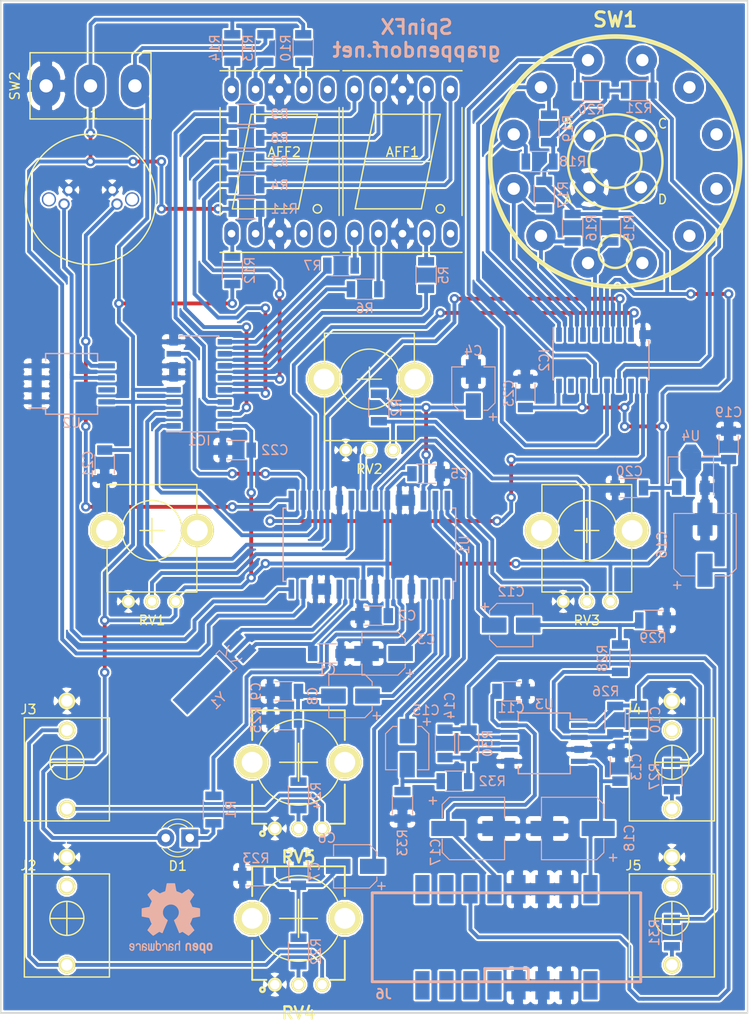
<source format=kicad_pcb>
(kicad_pcb (version 4) (host pcbnew 4.0.7)
  (layers (0 F.Cu signal) (31 B.Cu signal) (34 B.Paste user) (35 F.Paste user) (36 B.SilkS user) (37 F.SilkS user) (38 B.Mask user) (39 F.Mask user) (44 Edge.Cuts user))
  (net 0 "")
  (net 1 "Net-(C1-Pad1)")
  (net 2 +12V)
  (net 3 GND)
  (net 4 -12V)
  (net 5 "Net-(AFF1-Pad1)")
  (net 6 "Net-(AFF1-Pad2)")
  (net 7 "Net-(AFF1-Pad4)")
  (net 8 "Net-(AFF1-Pad6)")
  (net 9 "Net-(AFF1-Pad7)")
  (net 10 "Net-(AFF1-Pad9)")
  (net 11 "Net-(AFF1-Pad10)")
  (net 12 "Net-(AFF2-Pad1)")
  (net 13 "Net-(AFF2-Pad2)")
  (net 14 "Net-(AFF2-Pad7)")
  (net 15 "Net-(AFF2-Pad9)")
  (net 16 "Net-(AFF2-Pad10)")
  (net 17 +3V3)
  (net 18 "Net-(C3-Pad1)")
  (net 19 "Net-(C4-Pad1)")
  (net 20 IN_L)
  (net 21 "Net-(C6-Pad2)")
  (net 22 IN_R)
  (net 23 "Net-(C8-Pad2)")
  (net 24 "Net-(C10-Pad1)")
  (net 25 "Net-(C10-Pad2)")
  (net 26 OUT_L)
  (net 27 "Net-(C12-Pad2)")
  (net 28 "Net-(C14-Pad1)")
  (net 29 "Net-(C14-Pad2)")
  (net 30 OUT_R)
  (net 31 "Net-(C15-Pad2)")
  (net 32 +5V)
  (net 33 "Net-(D1-Pad1)")
  (net 34 PROG1)
  (net 35 "Net-(IC1-Pad9)")
  (net 36 PROG2)
  (net 37 "Net-(IC1-Pad10)")
  (net 38 "Net-(IC1-Pad11)")
  (net 39 "Net-(IC1-Pad12)")
  (net 40 "Net-(IC1-Pad13)")
  (net 41 "Net-(IC1-Pad14)")
  (net 42 PROG0)
  (net 43 "Net-(IC1-Pad15)")
  (net 44 "Net-(IC2-Pad1)")
  (net 45 "Net-(IC2-Pad2)")
  (net 46 "Net-(IC2-Pad3)")
  (net 47 "Net-(IC2-Pad11)")
  (net 48 "Net-(IC2-Pad4)")
  (net 49 "Net-(IC2-Pad12)")
  (net 50 "Net-(IC2-Pad13)")
  (net 51 SCK)
  (net 52 SDA)
  (net 53 "Net-(J2-Pad1)")
  (net 54 "Net-(J3-Pad1)")
  (net 55 "Net-(J4-Pad1)")
  (net 56 "Net-(J5-Pad1)")
  (net 57 "Net-(R1-Pad2)")
  (net 58 PROG3)
  (net 59 "Net-(R22-Pad1)")
  (net 60 "Net-(R24-Pad1)")
  (net 61 "Net-(RV1-Pad2)")
  (net 62 "Net-(RV2-Pad2)")
  (net 63 "Net-(RV3-Pad2)")
  (net 64 "Net-(U1-Pad10)")
  (net 65 "Net-(AFF1-Pad5)")
  (net 66 "Net-(AFF2-Pad4)")
  (net 67 "Net-(AFF2-Pad5)")
  (net 68 "Net-(AFF2-Pad6)")
  (net 69 "Net-(IC2-Pad15)")
  (net 70 "Net-(J2-Pad2)")
  (net 71 "Net-(J4-Pad2)")
  (net 72 "Net-(J5-Pad2)")
  (net 73 "Net-(J6-Pad16)")
  (net 74 "Net-(J6-Pad15)")
  (net 75 "Net-(J6-Pad13)")
  (net 76 "Net-(J6-Pad14)")
  (net 77 "Net-(SW1-Pad11)")
  (net 78 "Net-(SW1-Pad8)")
  (net 79 "Net-(SW1-Pad12)")
  (net 80 "Net-(SW1-Pad10)")
  (net 81 "Net-(SW1-Pad9)")
  (net 82 "Net-(U2-Pad7)")
  (net 83 "Net-(J6-Pad1)")
  (net 84 "Net-(J6-Pad9)")
  (net 85 "Net-(J6-Pad11)")
  (module Capacitors_SMD:CP_Elec_4x5.8 (layer B.Cu) (at 74 111 180)
    (fp_text reference C8 (at 4 0 450) (layer B.SilkS) (effects (justify mirror)))
    (fp_text value 10u)
    (fp_text user + (at -2.78 -2.01 180) (layer B.SilkS) (effects (justify mirror)))
    (pad 1 smd rect (at -1.8 0) (size 2.6 1.6) (layers B.Cu B.Paste B.Mask) (net 22 IN_R))
    (pad 2 smd rect (at 1.8 0) (size 2.6 1.6) (layers B.Cu B.Paste B.Mask) (net 23 "Net-(C8-Pad2)"))
  )
  (module Capacitors_SMD:C_1206 (layer B.Cu) (at 71.5 106.5)
    (fp_text reference C1 (at 0 1.75) (layer B.SilkS) (effects (justify mirror)))
    (fp_text value 15p)
    (pad 1 smd rect (at -1.5 0) (size 1 1.6) (layers B.Cu B.Paste B.Mask) (net 1 "Net-(C1-Pad1)"))
    (pad 2 smd rect (at 1.5 0) (size 1 1.6) (layers B.Cu B.Paste B.Mask) (net 3 GND))
  )
  (module Capacitors_SMD:C_1206 (layer B.Cu) (at 67 110.5 180)
    (fp_text reference C9 (at 3 0 270) (layer B.SilkS) (effects (justify mirror)))
    (fp_text value 220p)
    (pad 1 smd rect (at -1.5 0 180) (size 1 1.6) (layers B.Cu B.Paste B.Mask) (net 23 "Net-(C8-Pad2)"))
    (pad 2 smd rect (at 1.5 0 180) (size 1 1.6) (layers B.Cu B.Paste B.Mask) (net 3 GND))
  )
  (module Grappendorf:PJ301M-12 (layer F.Cu) (at 44 134.5 180)
    (fp_text reference J2 (at 4.064 5.588 180) (layer F.SilkS))
    (fp_text value IN_L)
    (pad 2 thru_hole circle (at 0 3.38 180) (size 1.8 1.8) (drill 1.2) (layers *.Cu *.Mask F.SilkS) (net 70 "Net-(J2-Pad2)"))
    (pad 3 thru_hole circle (at 0 6.48 180) (size 1.8 1.8) (drill 1.2) (layers *.Cu *.Mask F.SilkS) (net 3 GND))
    (pad 1 thru_hole circle (at 0 -4.92 180) (size 1.8 1.8) (drill 1.2) (layers *.Cu *.Mask F.SilkS) (net 53 "Net-(J2-Pad1)"))
  )
  (module Resistors_SMD:R_1206 (layer B.Cu) (at 86.5 116 90)
    (fp_text reference R30 (at 0 2 90) (layer B.SilkS) (effects (justify mirror)))
    (fp_text value 47k)
    (pad 1 smd rect (at -1.45 0 90) (size 0.9 1.7) (layers B.Cu B.Paste B.Mask) (net 28 "Net-(C14-Pad1)"))
    (pad 2 smd rect (at 1.45 0 90) (size 0.9 1.7) (layers B.Cu B.Paste B.Mask) (net 29 "Net-(C14-Pad2)"))
  )
  (module Capacitors_SMD:CP_Elec_4x5.8 (layer B.Cu) (at 80 116.5 270)
    (fp_text reference C15 (at -4 -2 360) (layer B.SilkS) (effects (justify mirror)))
    (fp_text value 10u)
    (fp_text user + (at -2.78 -2.01 270) (layer B.SilkS) (effects (justify mirror)))
    (pad 1 smd rect (at -1.8 0 90) (size 2.6 1.6) (layers B.Cu B.Paste B.Mask) (net 30 OUT_R))
    (pad 2 smd rect (at 1.8 0 90) (size 2.6 1.6) (layers B.Cu B.Paste B.Mask) (net 31 "Net-(C15-Pad2)"))
  )
  (module Displays_7-Segment:7SegmentLED_LTS6760_LTS6780 (layer F.Cu) (at 66.5 54.5)
    (fp_text reference AFF2 (at 0.5 -1) (layer F.SilkS))
    (fp_text value "7-segment common cathode")
    (pad 1 thru_hole oval (at -5.08 7.62) (size 1.524 2.524) (drill 0.8) (layers *.Cu *.Mask) (net 12 "Net-(AFF2-Pad1)"))
    (pad 2 thru_hole oval (at -2.54 7.62) (size 1.524 2.524) (drill 0.8) (layers *.Cu *.Mask) (net 13 "Net-(AFF2-Pad2)"))
    (pad 3 thru_hole oval (at 0 7.62) (size 1.524 2.524) (drill 0.8) (layers *.Cu *.Mask) (net 3 GND))
    (pad 4 thru_hole oval (at 2.54 7.62) (size 1.524 2.524) (drill 0.8) (layers *.Cu *.Mask) (net 66 "Net-(AFF2-Pad4)"))
    (pad 5 thru_hole oval (at 5.08 7.62) (size 1.524 2.524) (drill 0.8) (layers *.Cu *.Mask) (net 67 "Net-(AFF2-Pad5)"))
    (pad 6 thru_hole oval (at 5.08 -7.62) (size 1.524 2.524) (drill 0.8) (layers *.Cu *.Mask) (net 68 "Net-(AFF2-Pad6)"))
    (pad 7 thru_hole oval (at 2.54 -7.62) (size 1.524 2.524) (drill 0.8) (layers *.Cu *.Mask) (net 14 "Net-(AFF2-Pad7)"))
    (pad 8 thru_hole oval (at 0 -7.62) (size 1.524 2.524) (drill 0.8) (layers *.Cu *.Mask) (net 3 GND))
    (pad 9 thru_hole oval (at -2.54 -7.62) (size 1.524 2.524) (drill 0.8) (layers *.Cu *.Mask) (net 15 "Net-(AFF2-Pad9)"))
    (pad 10 thru_hole oval (at -5.08 -7.62) (size 1.524 2.524) (drill 0.8) (layers *.Cu *.Mask) (net 16 "Net-(AFF2-Pad10)"))
  )
  (module Displays_7-Segment:7SegmentLED_LTS6760_LTS6780 (layer F.Cu) (at 79.5 54.5)
    (fp_text reference AFF1 (at 0 -1) (layer F.SilkS))
    (fp_text value "7-segment common cathode")
    (pad 1 thru_hole oval (at -5.08 7.62) (size 1.524 2.524) (drill 0.8) (layers *.Cu *.Mask) (net 5 "Net-(AFF1-Pad1)"))
    (pad 2 thru_hole oval (at -2.54 7.62) (size 1.524 2.524) (drill 0.8) (layers *.Cu *.Mask) (net 6 "Net-(AFF1-Pad2)"))
    (pad 3 thru_hole oval (at 0 7.62) (size 1.524 2.524) (drill 0.8) (layers *.Cu *.Mask) (net 3 GND))
    (pad 4 thru_hole oval (at 2.54 7.62) (size 1.524 2.524) (drill 0.8) (layers *.Cu *.Mask) (net 7 "Net-(AFF1-Pad4)"))
    (pad 5 thru_hole oval (at 5.08 7.62) (size 1.524 2.524) (drill 0.8) (layers *.Cu *.Mask) (net 65 "Net-(AFF1-Pad5)"))
    (pad 6 thru_hole oval (at 5.08 -7.62) (size 1.524 2.524) (drill 0.8) (layers *.Cu *.Mask) (net 8 "Net-(AFF1-Pad6)"))
    (pad 7 thru_hole oval (at 2.54 -7.62) (size 1.524 2.524) (drill 0.8) (layers *.Cu *.Mask) (net 9 "Net-(AFF1-Pad7)"))
    (pad 8 thru_hole oval (at 0 -7.62) (size 1.524 2.524) (drill 0.8) (layers *.Cu *.Mask) (net 3 GND))
    (pad 9 thru_hole oval (at -2.54 -7.62) (size 1.524 2.524) (drill 0.8) (layers *.Cu *.Mask) (net 10 "Net-(AFF1-Pad9)"))
    (pad 10 thru_hole oval (at -5.08 -7.62) (size 1.524 2.524) (drill 0.8) (layers *.Cu *.Mask) (net 11 "Net-(AFF1-Pad10)"))
  )
  (module Resistors_SMD:R_1206 (layer B.Cu) (at 63 52)
    (fp_text reference R8 (at 3.5 0) (layer B.SilkS) (effects (justify mirror)))
    (fp_text value 470)
    (pad 1 smd rect (at -1.45 0) (size 0.9 1.7) (layers B.Cu B.Paste B.Mask) (net 43 "Net-(IC1-Pad15)"))
    (pad 2 smd rect (at 1.45 0) (size 0.9 1.7) (layers B.Cu B.Paste B.Mask) (net 10 "Net-(AFF1-Pad9)"))
  )
  (module Capacitors_SMD:CP_Elec_4x5.8 (layer B.Cu) (at 77.5 106.5 180)
    (fp_text reference C3 (at -4.5 1.5 180) (layer B.SilkS) (effects (justify mirror)))
    (fp_text value 1u)
    (fp_text user + (at -2.78 -2.01 180) (layer B.SilkS) (effects (justify mirror)))
    (pad 1 smd rect (at -1.8 0) (size 2.6 1.6) (layers B.Cu B.Paste B.Mask) (net 18 "Net-(C3-Pad1)"))
    (pad 2 smd rect (at 1.8 0) (size 2.6 1.6) (layers B.Cu B.Paste B.Mask) (net 3 GND))
  )
  (module Capacitors_SMD:CP_Elec_4x5.8 (layer B.Cu) (at 87 78.5 90)
    (fp_text reference C4 (at 4 0 180) (layer B.SilkS) (effects (justify mirror)))
    (fp_text value 1u)
    (fp_text user + (at -3 2 90) (layer B.SilkS) (effects (justify mirror)))
    (pad 1 smd rect (at -1.8 0 270) (size 2.6 1.6) (layers B.Cu B.Paste B.Mask) (net 19 "Net-(C4-Pad1)"))
    (pad 2 smd rect (at 1.8 0 270) (size 2.6 1.6) (layers B.Cu B.Paste B.Mask) (net 3 GND))
  )
  (module Capacitors_SMD:CP_Elec_4x5.8 (layer B.Cu) (at 74.5 129 180)
    (fp_text reference C6 (at 3 3 180) (layer B.SilkS) (effects (justify mirror)))
    (fp_text value 10u)
    (fp_text user + (at -2.78 -2.01 180) (layer B.SilkS) (effects (justify mirror)))
    (pad 1 smd rect (at -1.8 0) (size 2.6 1.6) (layers B.Cu B.Paste B.Mask) (net 20 IN_L))
    (pad 2 smd rect (at 1.8 0) (size 2.6 1.6) (layers B.Cu B.Paste B.Mask) (net 21 "Net-(C6-Pad2)"))
  )
  (module Capacitors_SMD:CP_Elec_4x5.8 (layer B.Cu) (at 91 103.5)
    (fp_text reference C12 (at 0 -3.54) (layer B.SilkS) (effects (justify mirror)))
    (fp_text value 10u)
    (fp_text user + (at -2.78 -2.01) (layer B.SilkS) (effects (justify mirror)))
    (pad 1 smd rect (at -1.8 0 180) (size 2.6 1.6) (layers B.Cu B.Paste B.Mask) (net 26 OUT_L))
    (pad 2 smd rect (at 1.8 0 180) (size 2.6 1.6) (layers B.Cu B.Paste B.Mask) (net 27 "Net-(C12-Pad2)"))
  )
  (module Capacitors_SMD:CP_Elec_6.3x5.8 (layer B.Cu) (at 111.5 95 90)
    (fp_text reference C16 (at 0 -4.56 90) (layer B.SilkS) (effects (justify mirror)))
    (fp_text value 22u)
    (fp_text user + (at -4.28 -3.01 90) (layer B.SilkS) (effects (justify mirror)))
    (pad 1 smd rect (at -2.7 0 270) (size 3.5 1.6) (layers B.Cu B.Paste B.Mask) (net 32 +5V))
    (pad 2 smd rect (at 2.7 0 270) (size 3.5 1.6) (layers B.Cu B.Paste B.Mask) (net 3 GND))
  )
  (module Capacitors_SMD:CP_Elec_6.3x5.8 (layer B.Cu) (at 87 125)
    (fp_text reference C17 (at -4 2.5 90) (layer B.SilkS) (effects (justify mirror)))
    (fp_text value 22u)
    (fp_text user + (at -4.28 -3.01) (layer B.SilkS) (effects (justify mirror)))
    (pad 1 smd rect (at -2.7 0 180) (size 3.5 1.6) (layers B.Cu B.Paste B.Mask) (net 2 +12V))
    (pad 2 smd rect (at 2.7 0 180) (size 3.5 1.6) (layers B.Cu B.Paste B.Mask) (net 3 GND))
  )
  (module Capacitors_SMD:CP_Elec_6.3x5.8 (layer B.Cu) (at 97.5 125 180)
    (fp_text reference C18 (at -6 -1 270) (layer B.SilkS) (effects (justify mirror)))
    (fp_text value 22u)
    (fp_text user + (at -4.28 -3.01 180) (layer B.SilkS) (effects (justify mirror)))
    (pad 1 smd rect (at -2.7 0) (size 3.5 1.6) (layers B.Cu B.Paste B.Mask) (net 4 -12V))
    (pad 2 smd rect (at 2.7 0) (size 3.5 1.6) (layers B.Cu B.Paste B.Mask) (net 3 GND))
  )
  (module LEDs:LED_D3.0mm (layer F.Cu) (at 57 126 180)
    (fp_text reference D1 (at 1.27 -2.96 180) (layer F.SilkS))
    (fp_text value CLIP)
    (pad 1 thru_hole rect (at 0 0 180) (size 1.8 1.8) (drill 0.9) (layers *.Cu *.Mask) (net 33 "Net-(D1-Pad1)"))
    (pad 2 thru_hole circle (at 2.54 0 180) (size 1.8 1.8) (drill 0.9) (layers *.Cu *.Mask) (net 17 +3V3))
  )
  (module Housings_SOIC:SOIC-28W_7.5x17.9mm_Pitch1.27mm (layer B.Cu) (at 76 95 90)
    (fp_text reference U1 (at 0 10.05 90) (layer B.SilkS) (effects (justify mirror)))
    (fp_text value Spin_FV-1)
    (pad 1 smd rect (at -4.7 8.255 90) (size 2 0.6) (layers B.Cu B.Paste B.Mask) (net 20 IN_L))
    (pad 2 smd rect (at -4.7 6.985 90) (size 2 0.6) (layers B.Cu B.Paste B.Mask) (net 22 IN_R))
    (pad 3 smd rect (at -4.7 5.715 90) (size 2 0.6) (layers B.Cu B.Paste B.Mask) (net 18 "Net-(C3-Pad1)"))
    (pad 4 smd rect (at -4.7 4.445 90) (size 2 0.6) (layers B.Cu B.Paste B.Mask) (net 3 GND))
    (pad 5 smd rect (at -4.7 3.175 90) (size 2 0.6) (layers B.Cu B.Paste B.Mask) (net 57 "Net-(R1-Pad2)"))
    (pad 6 smd rect (at -4.7 1.905 90) (size 2 0.6) (layers B.Cu B.Paste B.Mask) (net 17 +3V3))
    (pad 7 smd rect (at -4.7 0.635 90) (size 2 0.6) (layers B.Cu B.Paste B.Mask) (net 3 GND))
    (pad 8 smd rect (at -4.7 -0.635 90) (size 2 0.6) (layers B.Cu B.Paste B.Mask) (net 17 +3V3))
    (pad 9 smd rect (at -4.7 -1.905 90) (size 2 0.6) (layers B.Cu B.Paste B.Mask) (net 1 "Net-(C1-Pad1)"))
    (pad 10 smd rect (at -4.7 -3.175 90) (size 2 0.6) (layers B.Cu B.Paste B.Mask) (net 64 "Net-(U1-Pad10)"))
    (pad 11 smd rect (at -4.7 -4.445 90) (size 2 0.6) (layers B.Cu B.Paste B.Mask) (net 3 GND))
    (pad 12 smd rect (at -4.7 -5.715 90) (size 2 0.6) (layers B.Cu B.Paste B.Mask) (net 3 GND))
    (pad 13 smd rect (at -4.7 -6.985 90) (size 2 0.6) (layers B.Cu B.Paste B.Mask) (net 58 PROG3))
    (pad 14 smd rect (at -4.7 -8.255 90) (size 2 0.6) (layers B.Cu B.Paste B.Mask) (net 51 SCK))
    (pad 15 smd rect (at 4.7 -8.255 90) (size 2 0.6) (layers B.Cu B.Paste B.Mask) (net 52 SDA))
    (pad 16 smd rect (at 4.7 -6.985 90) (size 2 0.6) (layers B.Cu B.Paste B.Mask) (net 42 PROG0))
    (pad 17 smd rect (at 4.7 -5.715 90) (size 2 0.6) (layers B.Cu B.Paste B.Mask) (net 34 PROG1))
    (pad 18 smd rect (at 4.7 -4.445 90) (size 2 0.6) (layers B.Cu B.Paste B.Mask) (net 36 PROG2))
    (pad 19 smd rect (at 4.7 -3.175 90) (size 2 0.6) (layers B.Cu B.Paste B.Mask) (net 3 GND))
    (pad 20 smd rect (at 4.7 -1.905 90) (size 2 0.6) (layers B.Cu B.Paste B.Mask) (net 61 "Net-(RV1-Pad2)"))
    (pad 21 smd rect (at 4.7 -0.635 90) (size 2 0.6) (layers B.Cu B.Paste B.Mask) (net 62 "Net-(RV2-Pad2)"))
    (pad 22 smd rect (at 4.7 0.635 90) (size 2 0.6) (layers B.Cu B.Paste B.Mask) (net 63 "Net-(RV3-Pad2)"))
    (pad 23 smd rect (at 4.7 1.905 90) (size 2 0.6) (layers B.Cu B.Paste B.Mask) (net 17 +3V3))
    (pad 24 smd rect (at 4.7 3.175 90) (size 2 0.6) (layers B.Cu B.Paste B.Mask) (net 3 GND))
    (pad 25 smd rect (at 4.7 4.445 90) (size 2 0.6) (layers B.Cu B.Paste B.Mask) (net 3 GND))
    (pad 26 smd rect (at 4.7 5.715 90) (size 2 0.6) (layers B.Cu B.Paste B.Mask) (net 19 "Net-(C4-Pad1)"))
    (pad 27 smd rect (at 4.7 6.985 90) (size 2 0.6) (layers B.Cu B.Paste B.Mask) (net 30 OUT_R))
    (pad 28 smd rect (at 4.7 8.255 90) (size 2 0.6) (layers B.Cu B.Paste B.Mask) (net 26 OUT_L))
  )
  (module Grappendorf:Switch_Eledis_1x_On_On (layer F.Cu) (at 46.5 46.5 270)
    (fp_text reference SW2 (at 0 8 270) (layer F.SilkS))
    (fp_text value PROG_INT_EXT)
    (pad 2 thru_hole oval (at 0 0 270) (size 4.5 3) (drill 1.4) (layers *.Cu *.Mask) (net 58 PROG3))
    (pad 1 thru_hole oval (at 0 -4.7 270) (size 4.5 3) (drill 1.4) (layers *.Cu *.Mask) (net 17 +3V3))
    (pad 3 thru_hole oval (at 0 4.7 270) (size 4.5 3) (drill 1.4) (layers *.Cu *.Mask) (net 3 GND))
  )
  (module Resistors_SMD:R_1206 (layer B.Cu) (at 59.5 123 90)
    (fp_text reference R1 (at 0 1.85 90) (layer B.SilkS) (effects (justify mirror)))
    (fp_text value 100)
    (pad 1 smd rect (at -1.45 0 90) (size 0.9 1.7) (layers B.Cu B.Paste B.Mask) (net 33 "Net-(D1-Pad1)"))
    (pad 2 smd rect (at 1.45 0 90) (size 0.9 1.7) (layers B.Cu B.Paste B.Mask) (net 57 "Net-(R1-Pad2)"))
  )
  (module Resistors_SMD:R_1206 (layer B.Cu) (at 77 80.5 90)
    (fp_text reference R2 (at 0 1.85 90) (layer B.SilkS) (effects (justify mirror)))
    (fp_text value 100)
    (pad 1 smd rect (at -1.45 0 90) (size 0.9 1.7) (layers B.Cu B.Paste B.Mask) (net 17 +3V3))
    (pad 2 smd rect (at 1.45 0 90) (size 0.9 1.7) (layers B.Cu B.Paste B.Mask) (net 19 "Net-(C4-Pad1)"))
  )
  (module Resistors_SMD:R_1206 (layer B.Cu) (at 63 54.5)
    (fp_text reference R3 (at 3.5 0) (layer B.SilkS) (effects (justify mirror)))
    (fp_text value 470)
    (pad 1 smd rect (at -1.45 0) (size 0.9 1.7) (layers B.Cu B.Paste B.Mask) (net 40 "Net-(IC1-Pad13)"))
    (pad 2 smd rect (at 1.45 0) (size 0.9 1.7) (layers B.Cu B.Paste B.Mask) (net 9 "Net-(AFF1-Pad7)"))
  )
  (module Resistors_SMD:R_1206 (layer B.Cu) (at 63 57)
    (fp_text reference R4 (at 3.5 0) (layer B.SilkS) (effects (justify mirror)))
    (fp_text value 470)
    (pad 1 smd rect (at -1.45 0) (size 0.9 1.7) (layers B.Cu B.Paste B.Mask) (net 39 "Net-(IC1-Pad12)"))
    (pad 2 smd rect (at 1.45 0) (size 0.9 1.7) (layers B.Cu B.Paste B.Mask) (net 8 "Net-(AFF1-Pad6)"))
  )
  (module Resistors_SMD:R_1206 (layer B.Cu) (at 82 66.5 90)
    (fp_text reference R5 (at 0 1.85 90) (layer B.SilkS) (effects (justify mirror)))
    (fp_text value 470)
    (pad 1 smd rect (at -1.45 0 90) (size 0.9 1.7) (layers B.Cu B.Paste B.Mask) (net 38 "Net-(IC1-Pad11)"))
    (pad 2 smd rect (at 1.45 0 90) (size 0.9 1.7) (layers B.Cu B.Paste B.Mask) (net 7 "Net-(AFF1-Pad4)"))
  )
  (module Resistors_SMD:R_1206 (layer B.Cu) (at 75.5 68)
    (fp_text reference R6 (at 0 2) (layer B.SilkS) (effects (justify mirror)))
    (fp_text value 470)
    (pad 1 smd rect (at -1.45 0) (size 0.9 1.7) (layers B.Cu B.Paste B.Mask) (net 37 "Net-(IC1-Pad10)"))
    (pad 2 smd rect (at 1.45 0) (size 0.9 1.7) (layers B.Cu B.Paste B.Mask) (net 6 "Net-(AFF1-Pad2)"))
  )
  (module Resistors_SMD:R_1206 (layer B.Cu) (at 73 65.5)
    (fp_text reference R7 (at -3 0) (layer B.SilkS) (effects (justify mirror)))
    (fp_text value 470)
    (pad 1 smd rect (at -1.45 0) (size 0.9 1.7) (layers B.Cu B.Paste B.Mask) (net 35 "Net-(IC1-Pad9)"))
    (pad 2 smd rect (at 1.45 0) (size 0.9 1.7) (layers B.Cu B.Paste B.Mask) (net 5 "Net-(AFF1-Pad1)"))
  )
  (module Resistors_SMD:R_1206 (layer B.Cu) (at 63 49.5)
    (fp_text reference R9 (at 3.5 0) (layer B.SilkS) (effects (justify mirror)))
    (fp_text value 470)
    (pad 1 smd rect (at -1.45 0) (size 0.9 1.7) (layers B.Cu B.Paste B.Mask) (net 41 "Net-(IC1-Pad14)"))
    (pad 2 smd rect (at 1.45 0) (size 0.9 1.7) (layers B.Cu B.Paste B.Mask) (net 11 "Net-(AFF1-Pad10)"))
  )
  (module Resistors_SMD:R_1206 (layer B.Cu) (at 69 42.5 270)
    (fp_text reference R10 (at 0 1.85 270) (layer B.SilkS) (effects (justify mirror)))
    (fp_text value 470)
    (pad 1 smd rect (at -1.45 0 270) (size 0.9 1.7) (layers B.Cu B.Paste B.Mask) (net 58 PROG3))
    (pad 2 smd rect (at 1.45 0 270) (size 0.9 1.7) (layers B.Cu B.Paste B.Mask) (net 14 "Net-(AFF2-Pad7)"))
  )
  (module Resistors_SMD:R_1206 (layer B.Cu) (at 63 59.5)
    (fp_text reference R11 (at 4 0) (layer B.SilkS) (effects (justify mirror)))
    (fp_text value 470)
    (pad 1 smd rect (at -1.45 0) (size 0.9 1.7) (layers B.Cu B.Paste B.Mask) (net 58 PROG3))
    (pad 2 smd rect (at 1.45 0) (size 0.9 1.7) (layers B.Cu B.Paste B.Mask) (net 13 "Net-(AFF2-Pad2)"))
  )
  (module Resistors_SMD:R_1206 (layer B.Cu) (at 61.5 66 90)
    (fp_text reference R12 (at 0 1.85 90) (layer B.SilkS) (effects (justify mirror)))
    (fp_text value 470)
    (pad 1 smd rect (at -1.45 0 90) (size 0.9 1.7) (layers B.Cu B.Paste B.Mask) (net 17 +3V3))
    (pad 2 smd rect (at 1.45 0 90) (size 0.9 1.7) (layers B.Cu B.Paste B.Mask) (net 12 "Net-(AFF2-Pad1)"))
  )
  (module Resistors_SMD:R_1206 (layer B.Cu) (at 65 42.5 270)
    (fp_text reference R13 (at 0 1.85 270) (layer B.SilkS) (effects (justify mirror)))
    (fp_text value 470)
    (pad 1 smd rect (at -1.45 0 270) (size 0.9 1.7) (layers B.Cu B.Paste B.Mask) (net 17 +3V3))
    (pad 2 smd rect (at 1.45 0 270) (size 0.9 1.7) (layers B.Cu B.Paste B.Mask) (net 15 "Net-(AFF2-Pad9)"))
  )
  (module Resistors_SMD:R_1206 (layer B.Cu) (at 61.5 42.5 270)
    (fp_text reference R14 (at 0 1.85 270) (layer B.SilkS) (effects (justify mirror)))
    (fp_text value 470)
    (pad 1 smd rect (at -1.45 0 270) (size 0.9 1.7) (layers B.Cu B.Paste B.Mask) (net 58 PROG3))
    (pad 2 smd rect (at 1.45 0 270) (size 0.9 1.7) (layers B.Cu B.Paste B.Mask) (net 16 "Net-(AFF2-Pad10)"))
  )
  (module Resistors_SMD:R_1206 (layer B.Cu) (at 101.5 61.5 270)
    (fp_text reference R15 (at 0 -2 270) (layer B.SilkS) (effects (justify mirror)))
    (fp_text value 10k)
    (pad 1 smd rect (at -1.45 0 270) (size 0.9 1.7) (layers B.Cu B.Paste B.Mask) (net 17 +3V3))
    (pad 2 smd rect (at 1.45 0 270) (size 0.9 1.7) (layers B.Cu B.Paste B.Mask) (net 48 "Net-(IC2-Pad4)"))
  )
  (module Resistors_SMD:R_1206 (layer B.Cu) (at 97.5 61.5 270)
    (fp_text reference R16 (at 0 -2 270) (layer B.SilkS) (effects (justify mirror)))
    (fp_text value 10k)
    (pad 1 smd rect (at -1.45 0 270) (size 0.9 1.7) (layers B.Cu B.Paste B.Mask) (net 17 +3V3))
    (pad 2 smd rect (at 1.45 0 270) (size 0.9 1.7) (layers B.Cu B.Paste B.Mask) (net 46 "Net-(IC2-Pad3)"))
  )
  (module Resistors_SMD:R_1206 (layer B.Cu) (at 94.5 58 270)
    (fp_text reference R17 (at 0 -2 270) (layer B.SilkS) (effects (justify mirror)))
    (fp_text value 10k)
    (pad 1 smd rect (at -1.45 0 270) (size 0.9 1.7) (layers B.Cu B.Paste B.Mask) (net 17 +3V3))
    (pad 2 smd rect (at 1.45 0 270) (size 0.9 1.7) (layers B.Cu B.Paste B.Mask) (net 45 "Net-(IC2-Pad2)"))
  )
  (module Resistors_SMD:R_1206 (layer B.Cu) (at 94 54.5 180)
    (fp_text reference R18 (at -3.5 0 180) (layer B.SilkS) (effects (justify mirror)))
    (fp_text value 10k)
    (pad 1 smd rect (at -1.45 0 180) (size 0.9 1.7) (layers B.Cu B.Paste B.Mask) (net 17 +3V3))
    (pad 2 smd rect (at 1.45 0 180) (size 0.9 1.7) (layers B.Cu B.Paste B.Mask) (net 44 "Net-(IC2-Pad1)"))
  )
  (module Resistors_SMD:R_1206 (layer B.Cu) (at 95 51 90)
    (fp_text reference R19 (at 0 2 90) (layer B.SilkS) (effects (justify mirror)))
    (fp_text value 10k)
    (pad 1 smd rect (at -1.45 0 90) (size 0.9 1.7) (layers B.Cu B.Paste B.Mask) (net 17 +3V3))
    (pad 2 smd rect (at 1.45 0 90) (size 0.9 1.7) (layers B.Cu B.Paste B.Mask) (net 50 "Net-(IC2-Pad13)"))
  )
  (module Resistors_SMD:R_1206 (layer B.Cu) (at 99.5 47 180)
    (fp_text reference R20 (at 0 -2 180) (layer B.SilkS) (effects (justify mirror)))
    (fp_text value 10k)
    (pad 1 smd rect (at -1.45 0 180) (size 0.9 1.7) (layers B.Cu B.Paste B.Mask) (net 17 +3V3))
    (pad 2 smd rect (at 1.45 0 180) (size 0.9 1.7) (layers B.Cu B.Paste B.Mask) (net 49 "Net-(IC2-Pad12)"))
  )
  (module Resistors_SMD:R_1206 (layer B.Cu) (at 104.5 47)
    (fp_text reference R21 (at 0 1.85) (layer B.SilkS) (effects (justify mirror)))
    (fp_text value 10k)
    (pad 1 smd rect (at -1.45 0) (size 0.9 1.7) (layers B.Cu B.Paste B.Mask) (net 17 +3V3))
    (pad 2 smd rect (at 1.45 0) (size 0.9 1.7) (layers B.Cu B.Paste B.Mask) (net 47 "Net-(IC2-Pad11)"))
  )
  (module Resistors_SMD:R_1206 (layer B.Cu) (at 68.5 138 90)
    (fp_text reference R22 (at 0 1.85 90) (layer B.SilkS) (effects (justify mirror)))
    (fp_text value 36k)
    (pad 1 smd rect (at -1.45 0 90) (size 0.9 1.7) (layers B.Cu B.Paste B.Mask) (net 59 "Net-(R22-Pad1)"))
    (pad 2 smd rect (at 1.45 0 90) (size 0.9 1.7) (layers B.Cu B.Paste B.Mask) (net 21 "Net-(C6-Pad2)"))
  )
  (module Resistors_SMD:R_1206 (layer B.Cu) (at 64 130 180)
    (fp_text reference R23 (at 0 1.85 180) (layer B.SilkS) (effects (justify mirror)))
    (fp_text value 6k8)
    (pad 1 smd rect (at -1.45 0 180) (size 0.9 1.7) (layers B.Cu B.Paste B.Mask) (net 21 "Net-(C6-Pad2)"))
    (pad 2 smd rect (at 1.45 0 180) (size 0.9 1.7) (layers B.Cu B.Paste B.Mask) (net 3 GND))
  )
  (module Resistors_SMD:R_1206 (layer B.Cu) (at 68.5 121.5 90)
    (fp_text reference R24 (at 0 1.85 90) (layer B.SilkS) (effects (justify mirror)))
    (fp_text value 36k)
    (pad 1 smd rect (at -1.45 0 90) (size 0.9 1.7) (layers B.Cu B.Paste B.Mask) (net 60 "Net-(R24-Pad1)"))
    (pad 2 smd rect (at 1.45 0 90) (size 0.9 1.7) (layers B.Cu B.Paste B.Mask) (net 23 "Net-(C8-Pad2)"))
  )
  (module Resistors_SMD:R_1206 (layer B.Cu) (at 67 113.5 180)
    (fp_text reference R25 (at 3 0 270) (layer B.SilkS) (effects (justify mirror)))
    (fp_text value 6k8)
    (pad 1 smd rect (at -1.45 0 180) (size 0.9 1.7) (layers B.Cu B.Paste B.Mask) (net 23 "Net-(C8-Pad2)"))
    (pad 2 smd rect (at 1.45 0 180) (size 0.9 1.7) (layers B.Cu B.Paste B.Mask) (net 3 GND))
  )
  (module Resistors_SMD:R_1206 (layer B.Cu) (at 102 113.5 90)
    (fp_text reference R26 (at 3 -1 180) (layer B.SilkS) (effects (justify mirror)))
    (fp_text value 47k)
    (pad 1 smd rect (at -1.45 0 90) (size 0.9 1.7) (layers B.Cu B.Paste B.Mask) (net 24 "Net-(C10-Pad1)"))
    (pad 2 smd rect (at 1.45 0 90) (size 0.9 1.7) (layers B.Cu B.Paste B.Mask) (net 25 "Net-(C10-Pad2)"))
  )
  (module Resistors_SMD:R_1206 (layer B.Cu) (at 108 119.5 270)
    (fp_text reference R27 (at 0 1.85 270) (layer B.SilkS) (effects (justify mirror)))
    (fp_text value 1k)
    (pad 1 smd rect (at -1.45 0 270) (size 0.9 1.7) (layers B.Cu B.Paste B.Mask) (net 25 "Net-(C10-Pad2)"))
    (pad 2 smd rect (at 1.45 0 270) (size 0.9 1.7) (layers B.Cu B.Paste B.Mask) (net 55 "Net-(J4-Pad1)"))
  )
  (module Resistors_SMD:R_1206 (layer B.Cu) (at 102.5 107 270)
    (fp_text reference R28 (at 0 1.85 270) (layer B.SilkS) (effects (justify mirror)))
    (fp_text value 6k8)
    (pad 1 smd rect (at -1.45 0 270) (size 0.9 1.7) (layers B.Cu B.Paste B.Mask) (net 27 "Net-(C12-Pad2)"))
    (pad 2 smd rect (at 1.45 0 270) (size 0.9 1.7) (layers B.Cu B.Paste B.Mask) (net 24 "Net-(C10-Pad1)"))
  )
  (module Resistors_SMD:R_1206 (layer B.Cu) (at 106 103)
    (fp_text reference R29 (at 0 1.85) (layer B.SilkS) (effects (justify mirror)))
    (fp_text value 47k)
    (pad 1 smd rect (at -1.45 0) (size 0.9 1.7) (layers B.Cu B.Paste B.Mask) (net 27 "Net-(C12-Pad2)"))
    (pad 2 smd rect (at 1.45 0) (size 0.9 1.7) (layers B.Cu B.Paste B.Mask) (net 3 GND))
  )
  (module Resistors_SMD:R_1206 (layer B.Cu) (at 108 136 270)
    (fp_text reference R31 (at 0 1.85 270) (layer B.SilkS) (effects (justify mirror)))
    (fp_text value 1k)
    (pad 1 smd rect (at -1.45 0 270) (size 0.9 1.7) (layers B.Cu B.Paste B.Mask) (net 29 "Net-(C14-Pad2)"))
    (pad 2 smd rect (at 1.45 0 270) (size 0.9 1.7) (layers B.Cu B.Paste B.Mask) (net 56 "Net-(J5-Pad1)"))
  )
  (module Resistors_SMD:R_1206 (layer B.Cu) (at 85 120)
    (fp_text reference R32 (at 4 0) (layer B.SilkS) (effects (justify mirror)))
    (fp_text value 6k8)
    (pad 1 smd rect (at -1.45 0) (size 0.9 1.7) (layers B.Cu B.Paste B.Mask) (net 31 "Net-(C15-Pad2)"))
    (pad 2 smd rect (at 1.45 0) (size 0.9 1.7) (layers B.Cu B.Paste B.Mask) (net 28 "Net-(C14-Pad1)"))
  )
  (module Resistors_SMD:R_1206 (layer B.Cu) (at 79.5 122.5 270)
    (fp_text reference R33 (at 4 0 270) (layer B.SilkS) (effects (justify mirror)))
    (fp_text value 47k)
    (pad 1 smd rect (at -1.45 0 270) (size 0.9 1.7) (layers B.Cu B.Paste B.Mask) (net 31 "Net-(C15-Pad2)"))
    (pad 2 smd rect (at 1.45 0 270) (size 0.9 1.7) (layers B.Cu B.Paste B.Mask) (net 3 GND))
  )
  (module Capacitors_SMD:C_1206 (layer B.Cu) (at 76.5 102.5 180)
    (fp_text reference C2 (at -3.5 0 180) (layer B.SilkS) (effects (justify mirror)))
    (fp_text value 100n)
    (pad 1 smd rect (at -1.5 0 180) (size 1 1.6) (layers B.Cu B.Paste B.Mask) (net 17 +3V3))
    (pad 2 smd rect (at 1.5 0 180) (size 1 1.6) (layers B.Cu B.Paste B.Mask) (net 3 GND))
  )
  (module Capacitors_SMD:C_1206 (layer B.Cu) (at 82 87.5)
    (fp_text reference C5 (at 3.5 0) (layer B.SilkS) (effects (justify mirror)))
    (fp_text value 100n)
    (pad 1 smd rect (at -1.5 0) (size 1 1.6) (layers B.Cu B.Paste B.Mask) (net 17 +3V3))
    (pad 2 smd rect (at 1.5 0) (size 1 1.6) (layers B.Cu B.Paste B.Mask) (net 3 GND))
  )
  (module Capacitors_SMD:C_1206 (layer B.Cu) (at 68.5 129.5 90)
    (fp_text reference C7 (at 0 1.75 90) (layer B.SilkS) (effects (justify mirror)))
    (fp_text value 220p)
    (pad 1 smd rect (at -1.5 0 90) (size 1 1.6) (layers B.Cu B.Paste B.Mask) (net 21 "Net-(C6-Pad2)"))
    (pad 2 smd rect (at 1.5 0 90) (size 1 1.6) (layers B.Cu B.Paste B.Mask) (net 3 GND))
  )
  (module Capacitors_SMD:C_1206 (layer B.Cu) (at 104.5 113.5 90)
    (fp_text reference C10 (at 0 1.75 90) (layer B.SilkS) (effects (justify mirror)))
    (fp_text value 18p)
    (pad 1 smd rect (at -1.5 0 90) (size 1 1.6) (layers B.Cu B.Paste B.Mask) (net 24 "Net-(C10-Pad1)"))
    (pad 2 smd rect (at 1.5 0 90) (size 1 1.6) (layers B.Cu B.Paste B.Mask) (net 25 "Net-(C10-Pad2)"))
  )
  (module Capacitors_SMD:C_1206 (layer B.Cu) (at 91 110.5)
    (fp_text reference C11 (at 0 1.75) (layer B.SilkS) (effects (justify mirror)))
    (fp_text value 100n)
    (pad 1 smd rect (at -1.5 0) (size 1 1.6) (layers B.Cu B.Paste B.Mask) (net 2 +12V))
    (pad 2 smd rect (at 1.5 0) (size 1 1.6) (layers B.Cu B.Paste B.Mask) (net 3 GND))
  )
  (module Capacitors_SMD:C_1206 (layer B.Cu) (at 102.5 118.5 90)
    (fp_text reference C13 (at 0 1.75 90) (layer B.SilkS) (effects (justify mirror)))
    (fp_text value 100n)
    (pad 1 smd rect (at -1.5 0 90) (size 1 1.6) (layers B.Cu B.Paste B.Mask) (net 4 -12V))
    (pad 2 smd rect (at 1.5 0 90) (size 1 1.6) (layers B.Cu B.Paste B.Mask) (net 3 GND))
  )
  (module Capacitors_SMD:C_1206 (layer B.Cu) (at 84 116 90)
    (fp_text reference C14 (at 4 0.5 270) (layer B.SilkS) (effects (justify mirror)))
    (fp_text value 18p)
    (pad 1 smd rect (at -1.5 0 90) (size 1 1.6) (layers B.Cu B.Paste B.Mask) (net 28 "Net-(C14-Pad1)"))
    (pad 2 smd rect (at 1.5 0 90) (size 1 1.6) (layers B.Cu B.Paste B.Mask) (net 29 "Net-(C14-Pad2)"))
  )
  (module Capacitors_SMD:C_1206 (layer B.Cu) (at 114 84.5 90)
    (fp_text reference C19 (at 3.5 0 360) (layer B.SilkS) (effects (justify mirror)))
    (fp_text value 100n)
    (pad 1 smd rect (at -1.5 0 90) (size 1 1.6) (layers B.Cu B.Paste B.Mask) (net 32 +5V))
    (pad 2 smd rect (at 1.5 0 90) (size 1 1.6) (layers B.Cu B.Paste B.Mask) (net 3 GND))
  )
  (module Capacitors_SMD:C_1206 (layer B.Cu) (at 103.5 89 180)
    (fp_text reference C20 (at 0 1.75 180) (layer B.SilkS) (effects (justify mirror)))
    (fp_text value 100n)
    (pad 1 smd rect (at -1.5 0 180) (size 1 1.6) (layers B.Cu B.Paste B.Mask) (net 17 +3V3))
    (pad 2 smd rect (at 1.5 0 180) (size 1 1.6) (layers B.Cu B.Paste B.Mask) (net 3 GND))
  )
  (module TO_SOT_Packages_SMD:SOT-89-3 (layer B.Cu) (at 110 87.5 90)
    (fp_text reference U4 (at 4 0 180) (layer B.SilkS) (effects (justify mirror)))
    (fp_text value MCP1703A-3302/MB)
    (pad 2 smd trapezoid (at 2.667 0 180) (size 1.6 0.85) (rect_delta 0 -0.6) (layers B.Cu B.Paste B.Mask) (net 32 +5V))
    (pad 1 smd rect (at -1.48 1.5 180) (size 1 1.5) (layers B.Cu B.Paste B.Mask) (net 3 GND))
    (pad 2 smd rect (at -1.3335 0 180) (size 1 1.8) (layers B.Cu B.Paste B.Mask) (net 32 +5V))
    (pad 3 smd rect (at -1.48 -1.5 180) (size 1 1.5) (layers B.Cu B.Paste B.Mask) (net 17 +3V3))
    (pad 2 smd rect (at 1.3335 0 180) (size 2.2 1.84) (layers B.Cu B.Paste B.Mask) (net 32 +5V))
    (pad 2 smd trapezoid (at -0.0762 0) (size 1.5 1) (rect_delta 0 -0.7) (layers B.Cu B.Paste B.Mask) (net 32 +5V))
  )
  (module Grappendorf:Mini_Din_4 (layer F.Cu) (at 46.5 58.5 180)
    (fp_text reference J1 (at 0 9 180) (layer F.SilkS))
    (fp_text value Mini-DIN-4)
    (pad 5 thru_hole circle (at 4.4 0 180) (size 1.5 1.5) (drill 1.2) (layers *.Cu *.Mask))
    (pad 6 thru_hole circle (at -4.4 0 180) (size 1.5 1.5) (drill 1.2) (layers *.Cu *.Mask))
    (pad 2 thru_hole circle (at -2.8 -0.5 180) (size 1.2 1.2) (drill 0.8) (layers *.Cu *.Mask) (net 52 SDA))
    (pad 4 thru_hole circle (at -2.3 1 180) (size 1.2 1.2) (drill 0.8) (layers *.Cu *.Mask) (net 3 GND))
    (pad 3 thru_hole circle (at 2.3 1 180) (size 1.2 1.2) (drill 0.8) (layers *.Cu *.Mask) (net 3 GND))
    (pad 1 thru_hole circle (at 2.8 -0.5 180) (size 1.2 1.2) (drill 0.8) (layers *.Cu *.Mask) (net 51 SCK))
  )
  (module Capacitors_SMD:C_1206 (layer B.Cu) (at 48 86.5 270)
    (fp_text reference C21 (at 0 1.75 270) (layer B.SilkS) (effects (justify mirror)))
    (fp_text value 100n)
    (pad 1 smd rect (at -1.5 0 270) (size 1 1.6) (layers B.Cu B.Paste B.Mask) (net 17 +3V3))
    (pad 2 smd rect (at 1.5 0 270) (size 1 1.6) (layers B.Cu B.Paste B.Mask) (net 3 GND))
  )
  (module Capacitors_SMD:C_1206 (layer B.Cu) (at 62 85)
    (fp_text reference C22 (at 4 0) (layer B.SilkS) (effects (justify mirror)))
    (fp_text value 100n)
    (pad 1 smd rect (at -1.5 0) (size 1 1.6) (layers B.Cu B.Paste B.Mask) (net 3 GND))
    (pad 2 smd rect (at 1.5 0) (size 1 1.6) (layers B.Cu B.Paste B.Mask) (net 17 +3V3))
  )
  (module Capacitors_SMD:C_1206 (layer B.Cu) (at 92.5 79 270)
    (fp_text reference C23 (at 0 1.75 270) (layer B.SilkS) (effects (justify mirror)))
    (fp_text value 100n)
    (pad 1 smd rect (at -1.5 0 270) (size 1 1.6) (layers B.Cu B.Paste B.Mask) (net 3 GND))
    (pad 2 smd rect (at 1.5 0 270) (size 1 1.6) (layers B.Cu B.Paste B.Mask) (net 17 +3V3))
  )
  (module Grappendorf:ROTARY_SWITCH_LORLINCK1049 (layer F.Cu) (at 102 54.5)
    (fp_text reference SW1 (at 0 -15) (layer F.SilkS) (effects (font (thickness 0.3048))))
    (fp_text value SW_Rotary12 hide)
    (fp_text user B (at -5 -4) (layer F.SilkS))
    (fp_text user C (at 5 -4) (layer F.SilkS))
    (fp_text user D (at 5 4) (layer F.SilkS))
    (fp_text user A (at -5 4) (layer F.SilkS))
    (pad 1 thru_hole circle (at -2.87528 10.72388) (size 3.0988 3.0988) (drill 1.3) (layers *.Cu *.Mask) (net 48 "Net-(IC2-Pad4)"))
    (pad 2 thru_hole circle (at -7.85114 7.85114) (size 3.0988 3.0988) (drill 1.3) (layers *.Cu *.Mask) (net 46 "Net-(IC2-Pad3)"))
    (pad 3 thru_hole circle (at -10.72388 2.87528) (size 3.0988 3.0988) (drill 1.3) (layers *.Cu *.Mask) (net 45 "Net-(IC2-Pad2)"))
    (pad 4 thru_hole circle (at -10.72388 -2.87528) (size 3.0988 3.0988) (drill 1.3) (layers *.Cu *.Mask) (net 44 "Net-(IC2-Pad1)"))
    (pad 5 thru_hole circle (at -7.85114 -7.85114) (size 3.0988 3.0988) (drill 1.3) (layers *.Cu *.Mask) (net 50 "Net-(IC2-Pad13)"))
    (pad 6 thru_hole circle (at -2.87528 -10.72388) (size 3.0988 3.0988) (drill 1.3) (layers *.Cu *.Mask) (net 49 "Net-(IC2-Pad12)"))
    (pad 7 thru_hole circle (at 2.87528 -10.72388) (size 3.0988 3.0988) (drill 1.3) (layers *.Cu *.Mask) (net 47 "Net-(IC2-Pad11)"))
    (pad 8 thru_hole circle (at 7.85114 -7.85114) (size 3.0988 3.0988) (drill 1.3) (layers *.Cu *.Mask) (net 78 "Net-(SW1-Pad8)"))
    (pad 9 thru_hole circle (at 10.72388 -2.87528) (size 3.0988 3.0988) (drill 1.3) (layers *.Cu *.Mask) (net 81 "Net-(SW1-Pad9)"))
    (pad 10 thru_hole circle (at 10.72388 2.87528) (size 3.0988 3.0988) (drill 1.3) (layers *.Cu *.Mask) (net 80 "Net-(SW1-Pad10)"))
    (pad 11 thru_hole circle (at 7.85114 7.85114) (size 3.0988 3.0988) (drill 1.3) (layers *.Cu *.Mask) (net 77 "Net-(SW1-Pad11)"))
    (pad 12 thru_hole circle (at 2.87528 10.72388) (size 3.0988 3.0988) (drill 1.3) (layers *.Cu *.Mask) (net 79 "Net-(SW1-Pad12)"))
    (pad 13 thru_hole circle (at -2.72542 2.72542) (size 3.0988 3.0988) (drill 1.3) (layers *.Cu *.Mask) (net 3 GND))
    (pad 14 thru_hole circle (at -2.72542 -2.72542) (size 3.0988 3.0988) (drill 1.3) (layers *.Cu *.Mask))
    (pad 15 thru_hole circle (at 2.72542 -2.72542) (size 3.0988 3.0988) (drill 1.3) (layers *.Cu *.Mask))
    (pad 16 thru_hole circle (at 2.72542 2.72542) (size 3.0988 3.0988) (drill 1.3) (layers *.Cu *.Mask))
  )
  (module Grappendorf:Eurorack_Power_2x8_SMD (layer B.Cu) (at 90.5 136.5 180)
    (fp_text reference J6 (at 13 -6 180) (layer B.SilkS) (effects (font (thickness 0.2032)) (justify mirror)))
    (fp_text value CONN_02X08 hide)
    (pad 2 smd rect (at -8.89 5.08 180) (size 1.5 3) (layers B.Cu B.Paste B.Mask) (net 4 -12V))
    (pad 4 smd rect (at -6.35 5.08 180) (size 1.5 3) (layers B.Cu B.Paste B.Mask) (net 3 GND))
    (pad 6 smd rect (at -3.81 5.08 180) (size 1.5 3) (layers B.Cu B.Paste B.Mask) (net 3 GND))
    (pad 8 smd rect (at -1.27 5.08 180) (size 1.5 3) (layers B.Cu B.Paste B.Mask) (net 3 GND))
    (pad 10 smd rect (at 1.27 5.08 180) (size 1.5 3) (layers B.Cu B.Paste B.Mask) (net 2 +12V))
    (pad 12 smd rect (at 3.81 5.08 180) (size 1.5 3) (layers B.Cu B.Paste B.Mask) (net 32 +5V))
    (pad 14 smd rect (at 6.35 5.08 180) (size 1.5 3) (layers B.Cu B.Paste B.Mask) (net 76 "Net-(J6-Pad14)"))
    (pad 16 smd rect (at 8.89 5.08 180) (size 1.5 3) (layers B.Cu B.Paste B.Mask) (net 73 "Net-(J6-Pad16)"))
    (pad 1 smd rect (at -8.89 -5.08 180) (size 1.5 3) (layers B.Cu B.Paste B.Mask) (net 83 "Net-(J6-Pad1)"))
    (pad 3 smd rect (at -6.35 -5.08 180) (size 1.5 3) (layers B.Cu B.Paste B.Mask) (net 3 GND))
    (pad 5 smd rect (at -3.81 -5.08 180) (size 1.5 3) (layers B.Cu B.Paste B.Mask) (net 3 GND))
    (pad 7 smd rect (at -1.27 -5.08 180) (size 1.5 3) (layers B.Cu B.Paste B.Mask) (net 3 GND))
    (pad 9 smd rect (at 1.27 -5.08 180) (size 1.5 3) (layers B.Cu B.Paste B.Mask) (net 84 "Net-(J6-Pad9)"))
    (pad 11 smd rect (at 3.81 -5.08 180) (size 1.5 3) (layers B.Cu B.Paste B.Mask) (net 85 "Net-(J6-Pad11)"))
    (pad 13 smd rect (at 6.35 -5.08 180) (size 1.5 3) (layers B.Cu B.Paste B.Mask) (net 75 "Net-(J6-Pad13)"))
    (pad 15 smd rect (at 8.89 -5.08 180) (size 1.5 3) (layers B.Cu B.Paste B.Mask) (net 74 "Net-(J6-Pad15)"))
  )
  (module Symbols:OSHW-Logo2_9.8x8mm_SilkScreen (layer B.Cu) (at 55 134.5 180)
    (fp_text reference REF*** hide)
    (fp_text value OSHW-Logo2_9.8x8mm_SilkScreen hide)
  )
  (module Grappendorf:PJ301M-12 (layer F.Cu) (at 44 118 180)
    (fp_text reference J3 (at 4.064 5.588 180) (layer F.SilkS))
    (fp_text value IN_R)
    (pad 2 thru_hole circle (at 0 3.38 180) (size 1.8 1.8) (drill 1.2) (layers *.Cu *.Mask F.SilkS) (net 53 "Net-(J2-Pad1)"))
    (pad 3 thru_hole circle (at 0 6.48 180) (size 1.8 1.8) (drill 1.2) (layers *.Cu *.Mask F.SilkS) (net 3 GND))
    (pad 1 thru_hole circle (at 0 -4.92 180) (size 1.8 1.8) (drill 1.2) (layers *.Cu *.Mask F.SilkS) (net 54 "Net-(J3-Pad1)"))
  )
  (module Grappendorf:PJ301M-12 (layer F.Cu) (at 108 118 180)
    (fp_text reference J4 (at 4.064 5.588 180) (layer F.SilkS))
    (fp_text value OUT_L)
    (pad 2 thru_hole circle (at 0 3.38 180) (size 1.8 1.8) (drill 1.2) (layers *.Cu *.Mask F.SilkS) (net 71 "Net-(J4-Pad2)"))
    (pad 3 thru_hole circle (at 0 6.48 180) (size 1.8 1.8) (drill 1.2) (layers *.Cu *.Mask F.SilkS) (net 3 GND))
    (pad 1 thru_hole circle (at 0 -4.92 180) (size 1.8 1.8) (drill 1.2) (layers *.Cu *.Mask F.SilkS) (net 55 "Net-(J4-Pad1)"))
  )
  (module Grappendorf:PJ301M-12 (layer F.Cu) (at 108 134.5 180)
    (fp_text reference J5 (at 4.064 5.588 180) (layer F.SilkS))
    (fp_text value OUT_R)
    (pad 2 thru_hole circle (at 0 3.38 180) (size 1.8 1.8) (drill 1.2) (layers *.Cu *.Mask F.SilkS) (net 72 "Net-(J5-Pad2)"))
    (pad 3 thru_hole circle (at 0 6.48 180) (size 1.8 1.8) (drill 1.2) (layers *.Cu *.Mask F.SilkS) (net 3 GND))
    (pad 1 thru_hole circle (at 0 -4.92 180) (size 1.8 1.8) (drill 1.2) (layers *.Cu *.Mask F.SilkS) (net 56 "Net-(J5-Pad1)"))
  )
  (module Housings_SOIC:SO-8_5.3x6.2mm_Pitch1.27mm (layer B.Cu) (at 44.5 78)
    (fp_text reference U2 (at 0 4.13) (layer B.SilkS) (effects (justify mirror)))
    (fp_text value 24LC64)
    (pad 1 smd rect (at -3.7 1.905) (size 1.75 0.55) (layers B.Cu B.Paste B.Mask) (net 3 GND))
    (pad 2 smd rect (at -3.7 0.635) (size 1.75 0.55) (layers B.Cu B.Paste B.Mask) (net 3 GND))
    (pad 3 smd rect (at -3.7 -0.635) (size 1.75 0.55) (layers B.Cu B.Paste B.Mask) (net 3 GND))
    (pad 4 smd rect (at -3.7 -1.905) (size 1.75 0.55) (layers B.Cu B.Paste B.Mask) (net 3 GND))
    (pad 5 smd rect (at 3.7 -1.905) (size 1.75 0.55) (layers B.Cu B.Paste B.Mask) (net 52 SDA))
    (pad 6 smd rect (at 3.7 -0.635) (size 1.75 0.55) (layers B.Cu B.Paste B.Mask) (net 51 SCK))
    (pad 7 smd rect (at 3.7 0.635) (size 1.75 0.55) (layers B.Cu B.Paste B.Mask) (net 82 "Net-(U2-Pad7)"))
    (pad 8 smd rect (at 3.7 1.905) (size 1.75 0.55) (layers B.Cu B.Paste B.Mask) (net 17 +3V3))
  )
  (module Housings_SOIC:SO-8_5.3x6.2mm_Pitch1.27mm (layer B.Cu) (at 94.5 116 180)
    (fp_text reference U3 (at 0 4.13 180) (layer B.SilkS) (effects (justify mirror)))
    (fp_text value TL082)
    (pad 1 smd rect (at -3.7 1.905 180) (size 1.75 0.55) (layers B.Cu B.Paste B.Mask) (net 25 "Net-(C10-Pad2)"))
    (pad 2 smd rect (at -3.7 0.635 180) (size 1.75 0.55) (layers B.Cu B.Paste B.Mask) (net 24 "Net-(C10-Pad1)"))
    (pad 3 smd rect (at -3.7 -0.635 180) (size 1.75 0.55) (layers B.Cu B.Paste B.Mask) (net 3 GND))
    (pad 4 smd rect (at -3.7 -1.905 180) (size 1.75 0.55) (layers B.Cu B.Paste B.Mask) (net 4 -12V))
    (pad 5 smd rect (at 3.7 -1.905 180) (size 1.75 0.55) (layers B.Cu B.Paste B.Mask) (net 3 GND))
    (pad 6 smd rect (at 3.7 -0.635 180) (size 1.75 0.55) (layers B.Cu B.Paste B.Mask) (net 28 "Net-(C14-Pad1)"))
    (pad 7 smd rect (at 3.7 0.635 180) (size 1.75 0.55) (layers B.Cu B.Paste B.Mask) (net 29 "Net-(C14-Pad2)"))
    (pad 8 smd rect (at 3.7 1.905 180) (size 1.75 0.55) (layers B.Cu B.Paste B.Mask) (net 2 +12V))
  )
  (module Housings_SOIC:SOIC-16_3.9x9.9mm_Pitch1.27mm (layer B.Cu) (at 58 78)
    (fp_text reference IC1 (at 0 6) (layer B.SilkS) (effects (justify mirror)))
    (fp_text value CD4511BE)
    (pad 1 smd rect (at -2.7 4.445) (size 1.5 0.6) (layers B.Cu B.Paste B.Mask) (net 34 PROG1))
    (pad 2 smd rect (at -2.7 3.175) (size 1.5 0.6) (layers B.Cu B.Paste B.Mask) (net 36 PROG2))
    (pad 3 smd rect (at -2.7 1.905) (size 1.5 0.6) (layers B.Cu B.Paste B.Mask) (net 17 +3V3))
    (pad 4 smd rect (at -2.7 0.635) (size 1.5 0.6) (layers B.Cu B.Paste B.Mask) (net 17 +3V3))
    (pad 5 smd rect (at -2.7 -0.635) (size 1.5 0.6) (layers B.Cu B.Paste B.Mask) (net 3 GND))
    (pad 6 smd rect (at -2.7 -1.905) (size 1.5 0.6) (layers B.Cu B.Paste B.Mask) (net 3 GND))
    (pad 7 smd rect (at -2.7 -3.175) (size 1.5 0.6) (layers B.Cu B.Paste B.Mask) (net 42 PROG0))
    (pad 8 smd rect (at -2.7 -4.445) (size 1.5 0.6) (layers B.Cu B.Paste B.Mask) (net 3 GND))
    (pad 9 smd rect (at 2.7 -4.445) (size 1.5 0.6) (layers B.Cu B.Paste B.Mask) (net 35 "Net-(IC1-Pad9)"))
    (pad 10 smd rect (at 2.7 -3.175) (size 1.5 0.6) (layers B.Cu B.Paste B.Mask) (net 37 "Net-(IC1-Pad10)"))
    (pad 11 smd rect (at 2.7 -1.905) (size 1.5 0.6) (layers B.Cu B.Paste B.Mask) (net 38 "Net-(IC1-Pad11)"))
    (pad 12 smd rect (at 2.7 -0.635) (size 1.5 0.6) (layers B.Cu B.Paste B.Mask) (net 39 "Net-(IC1-Pad12)"))
    (pad 13 smd rect (at 2.7 0.635) (size 1.5 0.6) (layers B.Cu B.Paste B.Mask) (net 40 "Net-(IC1-Pad13)"))
    (pad 14 smd rect (at 2.7 1.905) (size 1.5 0.6) (layers B.Cu B.Paste B.Mask) (net 41 "Net-(IC1-Pad14)"))
    (pad 15 smd rect (at 2.7 3.175) (size 1.5 0.6) (layers B.Cu B.Paste B.Mask) (net 43 "Net-(IC1-Pad15)"))
    (pad 16 smd rect (at 2.7 4.445) (size 1.5 0.6) (layers B.Cu B.Paste B.Mask) (net 17 +3V3))
  )
  (module Housings_SOIC:SOIC-16_3.9x9.9mm_Pitch1.27mm (layer B.Cu) (at 100.5 75.5 270)
    (fp_text reference IC2 (at 0 6 270) (layer B.SilkS) (effects (justify mirror)))
    (fp_text value 74HC147)
    (pad 1 smd rect (at -2.7 4.445 270) (size 1.5 0.6) (layers B.Cu B.Paste B.Mask) (net 44 "Net-(IC2-Pad1)"))
    (pad 2 smd rect (at -2.7 3.175 270) (size 1.5 0.6) (layers B.Cu B.Paste B.Mask) (net 45 "Net-(IC2-Pad2)"))
    (pad 3 smd rect (at -2.7 1.905 270) (size 1.5 0.6) (layers B.Cu B.Paste B.Mask) (net 46 "Net-(IC2-Pad3)"))
    (pad 4 smd rect (at -2.7 0.635 270) (size 1.5 0.6) (layers B.Cu B.Paste B.Mask) (net 48 "Net-(IC2-Pad4)"))
    (pad 5 smd rect (at -2.7 -0.635 270) (size 1.5 0.6) (layers B.Cu B.Paste B.Mask) (net 17 +3V3))
    (pad 6 smd rect (at -2.7 -1.905 270) (size 1.5 0.6) (layers B.Cu B.Paste B.Mask) (net 36 PROG2))
    (pad 7 smd rect (at -2.7 -3.175 270) (size 1.5 0.6) (layers B.Cu B.Paste B.Mask) (net 34 PROG1))
    (pad 8 smd rect (at -2.7 -4.445 270) (size 1.5 0.6) (layers B.Cu B.Paste B.Mask) (net 3 GND))
    (pad 9 smd rect (at 2.7 -4.445 270) (size 1.5 0.6) (layers B.Cu B.Paste B.Mask) (net 42 PROG0))
    (pad 10 smd rect (at 2.7 -3.175 270) (size 1.5 0.6) (layers B.Cu B.Paste B.Mask) (net 17 +3V3))
    (pad 11 smd rect (at 2.7 -1.905 270) (size 1.5 0.6) (layers B.Cu B.Paste B.Mask) (net 47 "Net-(IC2-Pad11)"))
    (pad 12 smd rect (at 2.7 -0.635 270) (size 1.5 0.6) (layers B.Cu B.Paste B.Mask) (net 49 "Net-(IC2-Pad12)"))
    (pad 13 smd rect (at 2.7 0.635 270) (size 1.5 0.6) (layers B.Cu B.Paste B.Mask) (net 50 "Net-(IC2-Pad13)"))
    (pad 14 smd rect (at 2.7 1.905 270) (size 1.5 0.6) (layers B.Cu B.Paste B.Mask) (net 17 +3V3))
    (pad 15 smd rect (at 2.7 3.175 270) (size 1.5 0.6) (layers B.Cu B.Paste B.Mask) (net 69 "Net-(IC2-Pad15)"))
    (pad 16 smd rect (at 2.7 4.445 270) (size 1.5 0.6) (layers B.Cu B.Paste B.Mask) (net 17 +3V3))
  )
  (module Grappendorf:Crystal_C26-LF_d2.1mm_l6.5mm_Horizontal_1EP_style1 (layer B.Cu) (at 63 106.5 135)
    (fp_text reference Y1 (at -1.414214 -5.656854 405) (layer B.SilkS) (effects (justify mirror)))
    (fp_text value 32.768kHz)
    (pad 1 smd rect (at 0 0 135) (size 1 2) (layers B.Cu B.Paste B.Mask) (net 1 "Net-(C1-Pad1)"))
    (pad 2 smd rect (at 1.9 0 135) (size 1 2) (layers B.Cu B.Paste B.Mask) (net 64 "Net-(U1-Pad10)"))
    (pad 3 smd rect (at 0.95 -5.75 135) (size 2.2 6.5) (layers B.Cu B.Paste B.Mask))
  )
  (module Grappendorf:Alpha_9mm_Pot (layer F.Cu) (at 53 93.5)
    (fp_text reference RV1 (at 0 9.5) (layer F.SilkS))
    (fp_text value 10k)
    (pad 1 thru_hole circle (at -2.5 7.5) (size 1.4 1.4) (drill 0.9) (layers *.Cu *.Mask F.SilkS) (net 3 GND))
    (pad 2 thru_hole circle (at 0 7.5) (size 1.4 1.4) (drill 0.9) (layers *.Cu *.Mask F.SilkS) (net 61 "Net-(RV1-Pad2)"))
    (pad 3 thru_hole circle (at 2.5 7.5) (size 1.4 1.4) (drill 0.9) (layers *.Cu *.Mask F.SilkS) (net 17 +3V3))
    (pad "" thru_hole circle (at -4.8 0) (size 3.5 3.5) (drill 2.2) (layers *.Cu *.Mask F.SilkS))
    (pad "" thru_hole circle (at 4.8 0) (size 3.5 3.5) (drill 2.2) (layers *.Cu *.Mask F.SilkS))
  )
  (module Grappendorf:Alpha_9mm_Pot (layer F.Cu) (at 76 77.5)
    (fp_text reference RV2 (at 0 9.5) (layer F.SilkS))
    (fp_text value 10k)
    (pad 1 thru_hole circle (at -2.5 7.5) (size 1.4 1.4) (drill 0.9) (layers *.Cu *.Mask F.SilkS) (net 3 GND))
    (pad 2 thru_hole circle (at 0 7.5) (size 1.4 1.4) (drill 0.9) (layers *.Cu *.Mask F.SilkS) (net 62 "Net-(RV2-Pad2)"))
    (pad 3 thru_hole circle (at 2.5 7.5) (size 1.4 1.4) (drill 0.9) (layers *.Cu *.Mask F.SilkS) (net 17 +3V3))
    (pad "" thru_hole circle (at -4.8 0) (size 3.5 3.5) (drill 2.2) (layers *.Cu *.Mask F.SilkS))
    (pad "" thru_hole circle (at 4.8 0) (size 3.5 3.5) (drill 2.2) (layers *.Cu *.Mask F.SilkS))
  )
  (module Grappendorf:Alpha_9mm_Pot (layer F.Cu) (at 99 93.5)
    (fp_text reference RV3 (at 0 9.5) (layer F.SilkS))
    (fp_text value 10k)
    (pad 1 thru_hole circle (at -2.5 7.5) (size 1.4 1.4) (drill 0.9) (layers *.Cu *.Mask F.SilkS) (net 3 GND))
    (pad 2 thru_hole circle (at 0 7.5) (size 1.4 1.4) (drill 0.9) (layers *.Cu *.Mask F.SilkS) (net 63 "Net-(RV3-Pad2)"))
    (pad 3 thru_hole circle (at 2.5 7.5) (size 1.4 1.4) (drill 0.9) (layers *.Cu *.Mask F.SilkS) (net 17 +3V3))
    (pad "" thru_hole circle (at -4.8 0) (size 3.5 3.5) (drill 2.2) (layers *.Cu *.Mask F.SilkS))
    (pad "" thru_hole circle (at 4.8 0) (size 3.5 3.5) (drill 2.2) (layers *.Cu *.Mask F.SilkS))
  )
  (module Grappendorf:Alpha_9mm_Trimmer_25mm_with_Shaft (layer F.Cu) (at 68.5 134.5)
    (fp_text reference RV4 (at 0 10) (layer F.SilkS) (effects (font (size 1.27 1.27) (thickness 0.254))))
    (fp_text value 10k hide)
    (pad 1 thru_hole circle (at -2.5 7 90) (size 1.5 1.5) (drill 1) (layers *.Cu *.Mask F.SilkS) (net 3 GND))
    (pad 2 thru_hole circle (at 0 7 90) (size 1.5 1.5) (drill 1) (layers *.Cu *.Mask F.SilkS) (net 59 "Net-(R22-Pad1)"))
    (pad 3 thru_hole circle (at 2.5 7 90) (size 1.5 1.5) (drill 1) (layers *.Cu *.Mask F.SilkS) (net 53 "Net-(J2-Pad1)"))
    (pad 4 thru_hole circle (at 4.9 0 90) (size 3.5 3.5) (drill 2.2) (layers *.Cu *.Mask F.SilkS))
    (pad 5 thru_hole circle (at -4.9 0 90) (size 3.5 3.5) (drill 2.2) (layers *.Cu *.Mask F.SilkS))
  )
  (module Grappendorf:Alpha_9mm_Trimmer_25mm_with_Shaft (layer F.Cu) (at 68.5 118)
    (fp_text reference RV5 (at 0 10) (layer F.SilkS) (effects (font (size 1.27 1.27) (thickness 0.254))))
    (fp_text value 10k hide)
    (pad 1 thru_hole circle (at -2.5 7 90) (size 1.5 1.5) (drill 1) (layers *.Cu *.Mask F.SilkS) (net 3 GND))
    (pad 2 thru_hole circle (at 0 7 90) (size 1.5 1.5) (drill 1) (layers *.Cu *.Mask F.SilkS) (net 60 "Net-(R24-Pad1)"))
    (pad 3 thru_hole circle (at 2.5 7 90) (size 1.5 1.5) (drill 1) (layers *.Cu *.Mask F.SilkS) (net 54 "Net-(J3-Pad1)"))
    (pad 4 thru_hole circle (at 4.9 0 90) (size 3.5 3.5) (drill 2.2) (layers *.Cu *.Mask F.SilkS))
    (pad 5 thru_hole circle (at -4.9 0 90) (size 3.5 3.5) (drill 2.2) (layers *.Cu *.Mask F.SilkS))
  )
  (gr_text "SpinFX\ngrappendorf.net" (at 81 41.5) (layer B.SilkS) (effects (font (size 1.5 1.5) (thickness 0.3)) (justify mirror)))
  (gr_line (start 116 144.5) (end 116 37.5) (angle 90) (layer Edge.Cuts) (width 0.15))
  (gr_line (start 37 144.5) (end 116 144.5) (angle 90) (layer Edge.Cuts) (width 0.15))
  (gr_line (start 37 37.5) (end 116 37.5) (angle 90) (layer Edge.Cuts) (width 0.15))
  (gr_line (start 37 144.5) (end 37 37.5) (angle 90) (layer Edge.Cuts) (width 0.15))
  (segment (start 63 106.5) (end 64 105.5) (width 0.4064) (layer B.Cu) (net 1))
  (segment (start 64 105.5) (end 70 105.5) (width 0.4064) (layer B.Cu) (net 1))
  (segment (start 70 106.5) (end 70 105.5) (width 0.4064) (layer B.Cu) (net 1))
  (segment (start 70.5 105) (end 74.095 101.405) (width 0.4064) (layer B.Cu) (net 1))
  (segment (start 74.095 101.405) (end 74.095 99.7) (width 0.4064) (layer B.Cu) (net 1))
  (segment (start 70 105.5) (end 70.5 105) (width 0.4064) (layer B.Cu) (net 1))
  (segment (start 90.8 114.095) (end 89.595 114.095) (width 0.4064) (layer B.Cu) (net 2))
  (segment (start 89 113.5) (end 89 111) (width 0.4064) (layer B.Cu) (net 2))
  (segment (start 89.595 114.095) (end 89 113.5) (width 0.4064) (layer B.Cu) (net 2))
  (segment (start 89 111) (end 89.5 110.5) (width 0.4064) (layer B.Cu) (net 2))
  (segment (start 85 122.5) (end 92.5 122.5) (width 0.4064) (layer B.Cu) (net 2))
  (segment (start 84.3 123.2) (end 85 122.5) (width 0.4064) (layer B.Cu) (net 2))
  (segment (start 84.3 125) (end 84.3 123.2) (width 0.4064) (layer B.Cu) (net 2))
  (segment (start 92.595 114.095) (end 90.8 114.095) (width 0.4064) (layer B.Cu) (net 2))
  (segment (start 93.5 115) (end 92.595 114.095) (width 0.4064) (layer B.Cu) (net 2))
  (segment (start 93.5 121.5) (end 93.5 115) (width 0.4064) (layer B.Cu) (net 2))
  (segment (start 92.5 122.5) (end 93.5 121.5) (width 0.4064) (layer B.Cu) (net 2))
  (segment (start 89.23 131.42) (end 89.23 129.93) (width 0.4064) (layer B.Cu) (net 2))
  (segment (start 89.23 129.93) (end 84.3 125) (width 0.4064) (layer B.Cu) (net 2))
  (segment (start 102.5 120) (end 100.5 120) (width 0.4064) (layer B.Cu) (net 4))
  (segment (start 98.2 117.905) (end 99.905 117.905) (width 0.4064) (layer B.Cu) (net 4))
  (segment (start 100.5 118.5) (end 100.5 120) (width 0.4064) (layer B.Cu) (net 4))
  (segment (start 100.5 120) (end 100.5 124.7) (width 0.4064) (layer B.Cu) (net 4))
  (segment (start 99.905 117.905) (end 100.5 118.5) (width 0.4064) (layer B.Cu) (net 4))
  (segment (start 100.5 124.7) (end 100.2 125) (width 0.4064) (layer B.Cu) (net 4))
  (segment (start 100.765 124.435) (end 100.2 125) (width 0.4064) (layer B.Cu) (net 4))
  (segment (start 99.39 131.42) (end 99.39 125.81) (width 0.4064) (layer B.Cu) (net 4))
  (segment (start 99.39 125.81) (end 100.2 125) (width 0.4064) (layer B.Cu) (net 4))
  (segment (start 74.45 65.5) (end 74.45 62.15) (width 0.4064) (layer B.Cu) (net 5))
  (segment (start 74.45 62.15) (end 74.42 62.12) (width 0.4064) (layer B.Cu) (net 5))
  (segment (start 76.95 68) (end 76.95 62.13) (width 0.4064) (layer B.Cu) (net 6))
  (segment (start 76.95 62.13) (end 76.96 62.12) (width 0.4064) (layer B.Cu) (net 6))
  (segment (start 82 65.05) (end 82 62.16) (width 0.4064) (layer B.Cu) (net 7))
  (segment (start 82 62.16) (end 82.04 62.12) (width 0.4064) (layer B.Cu) (net 7))
  (segment (start 64.45 57) (end 84 57) (width 0.4064) (layer B.Cu) (net 8))
  (segment (start 84.58 56.42) (end 84.58 46.88) (width 0.4064) (layer B.Cu) (net 8))
  (segment (start 84 57) (end 84.58 56.42) (width 0.4064) (layer B.Cu) (net 8))
  (segment (start 64.45 54.5) (end 81.5 54.5) (width 0.4064) (layer B.Cu) (net 9))
  (segment (start 82.04 53.96) (end 82.04 46.88) (width 0.4064) (layer B.Cu) (net 9))
  (segment (start 81.5 54.5) (end 82.04 53.96) (width 0.4064) (layer B.Cu) (net 9))
  (segment (start 64.45 52) (end 76.5 52) (width 0.4064) (layer B.Cu) (net 10))
  (segment (start 76.96 51.54) (end 76.96 46.88) (width 0.4064) (layer B.Cu) (net 10))
  (segment (start 76.5 52) (end 76.96 51.54) (width 0.4064) (layer B.Cu) (net 10))
  (segment (start 64.45 49.5) (end 74 49.5) (width 0.4064) (layer B.Cu) (net 11))
  (segment (start 74.42 49.08) (end 74.42 46.88) (width 0.4064) (layer B.Cu) (net 11))
  (segment (start 74 49.5) (end 74.42 49.08) (width 0.4064) (layer B.Cu) (net 11))
  (segment (start 61.5 64.55) (end 61.5 62.2) (width 0.4064) (layer B.Cu) (net 12))
  (segment (start 61.5 62.2) (end 61.42 62.12) (width 0.4064) (layer B.Cu) (net 12))
  (segment (start 61.55 62.25) (end 61.42 62.12) (width 0.4064) (layer B.Cu) (net 12))
  (segment (start 64.45 59.5) (end 64.45 61.63) (width 0.4064) (layer B.Cu) (net 13))
  (segment (start 64.45 61.63) (end 63.96 62.12) (width 0.4064) (layer B.Cu) (net 13))
  (segment (start 69 43.95) (end 69 46.84) (width 0.4064) (layer B.Cu) (net 14))
  (segment (start 69 46.84) (end 69.04 46.88) (width 0.4064) (layer B.Cu) (net 14))
  (segment (start 69.04 43.99) (end 69 43.95) (width 0.4064) (layer B.Cu) (net 14))
  (segment (start 63.96 46.88) (end 63.96 44.99) (width 0.4064) (layer B.Cu) (net 15))
  (segment (start 63.96 44.99) (end 65 43.95) (width 0.4064) (layer B.Cu) (net 15))
  (segment (start 61.5 43.95) (end 61.5 46.8) (width 0.4064) (layer B.Cu) (net 16))
  (segment (start 61.5 46.8) (end 61.42 46.88) (width 0.4064) (layer B.Cu) (net 16))
  (segment (start 78.5 82) (end 77.05 82) (width 0.4064) (layer B.Cu) (net 17))
  (segment (start 77.05 82) (end 77 81.95) (width 0.4064) (layer B.Cu) (net 17))
  (segment (start 63.5 89.5) (end 63.5 98.5) (width 0.4064) (layer F.Cu) (net 17))
  (segment (start 55.5 101) (end 55.5 100.5) (width 0.4064) (layer B.Cu) (net 17))
  (segment (start 55.5 100.5) (end 56.5 99.5) (width 0.4064) (layer B.Cu) (net 17))
  (segment (start 62.5 99.5) (end 63.5 98.5) (width 0.4064) (layer B.Cu) (net 17))
  (segment (start 56.5 99.5) (end 62.5 99.5) (width 0.4064) (layer B.Cu) (net 17))
  (segment (start 48 85) (end 51 85) (width 0.4064) (layer B.Cu) (net 17))
  (segment (start 51 82.81) (end 51 85) (width 0.4064) (layer B.Cu) (net 17))
  (segment (start 51 85) (end 51 95) (width 0.4064) (layer B.Cu) (net 17))
  (segment (start 48 103) (end 48 98.5) (width 0.4064) (layer B.Cu) (net 17))
  (segment (start 51 82.5) (end 51 80) (width 0.4064) (layer B.Cu) (net 17))
  (segment (start 51 82.81) (end 51 82.5) (width 0.4064) (layer B.Cu) (net 17))
  (segment (start 48 98) (end 48 98.5) (width 0.4064) (layer B.Cu) (net 17))
  (segment (start 51 95) (end 48 98) (width 0.4064) (layer B.Cu) (net 17))
  (segment (start 89 88) (end 98 88) (width 0.4064) (layer B.Cu) (net 17))
  (segment (start 83 82) (end 89 88) (width 0.4064) (layer B.Cu) (net 17))
  (segment (start 78.5 82) (end 83 82) (width 0.4064) (layer B.Cu) (net 17))
  (segment (start 99 89) (end 99 97) (width 0.4064) (layer B.Cu) (net 17))
  (segment (start 98 88) (end 99 89) (width 0.4064) (layer B.Cu) (net 17))
  (segment (start 100.95 47) (end 100.95 48.05) (width 0.4064) (layer B.Cu) (net 17))
  (segment (start 98.95 48.5) (end 95 52.45) (width 0.4064) (layer B.Cu) (net 17))
  (segment (start 100.5 48.5) (end 98.95 48.5) (width 0.4064) (layer B.Cu) (net 17))
  (segment (start 100.95 48.05) (end 100.5 48.5) (width 0.4064) (layer B.Cu) (net 17))
  (segment (start 95.45 54.5) (end 95.45 52.9) (width 0.4064) (layer B.Cu) (net 17))
  (segment (start 95.45 52.9) (end 95 52.45) (width 0.4064) (layer B.Cu) (net 17))
  (segment (start 61.5 69.5) (end 61.5 67.45) (width 0.4064) (layer B.Cu) (net 17))
  (segment (start 92.5 80.5) (end 96 80.5) (width 0.4064) (layer B.Cu) (net 17))
  (segment (start 103 80.5) (end 103 82.5) (width 0.4064) (layer B.Cu) (net 17))
  (segment (start 107 82.5) (end 107 82) (width 0.4064) (layer B.Cu) (net 17))
  (via (at 107 82.5) (size 1) (drill 0.5) (layers F.Cu B.Cu) (net 17))
  (segment (start 103 82.5) (end 107 82.5) (width 0.4064) (layer F.Cu) (net 17))
  (via (at 103 82.5) (size 1) (drill 0.5) (layers F.Cu B.Cu) (net 17))
  (segment (start 96 80.5) (end 96 78.255) (width 0.4064) (layer B.Cu) (net 17))
  (segment (start 96 78.255) (end 96.055 78.2) (width 0.4064) (layer B.Cu) (net 17))
  (segment (start 96 80.5) (end 98.5 80.5) (width 0.4064) (layer B.Cu) (net 17))
  (segment (start 103 80.5) (end 98.5 80.5) (width 0.4064) (layer F.Cu) (net 17))
  (segment (start 103.675 79.825) (end 103 80.5) (width 0.4064) (layer B.Cu) (net 17))
  (via (at 103 80.5) (size 1) (drill 0.5) (layers F.Cu B.Cu) (net 17))
  (segment (start 103.675 78.2) (end 103.675 79.825) (width 0.4064) (layer B.Cu) (net 17))
  (segment (start 98.595 80.405) (end 98.595 78.2) (width 0.4064) (layer B.Cu) (net 17))
  (segment (start 98.5 80.5) (end 98.595 80.405) (width 0.4064) (layer B.Cu) (net 17))
  (via (at 98.5 80.5) (size 1) (drill 0.5) (layers F.Cu B.Cu) (net 17))
  (segment (start 107.5 68.5) (end 104 68.5) (width 0.4064) (layer B.Cu) (net 17))
  (segment (start 101.135 67.865) (end 101.135 72.8) (width 0.4064) (layer B.Cu) (net 17))
  (segment (start 102 67) (end 101.135 67.865) (width 0.4064) (layer B.Cu) (net 17))
  (segment (start 102.5 67) (end 102 67) (width 0.4064) (layer B.Cu) (net 17))
  (segment (start 104 68.5) (end 102.5 67) (width 0.4064) (layer B.Cu) (net 17))
  (segment (start 41.5 125) (end 41.5 119) (width 0.4064) (layer B.Cu) (net 17))
  (segment (start 41.5 125) (end 42.5 126) (width 0.4064) (layer B.Cu) (net 17))
  (segment (start 54.46 126) (end 42.5 126) (width 0.4064) (layer B.Cu) (net 17))
  (segment (start 48 117) (end 47 118) (width 0.4064) (layer B.Cu) (net 17))
  (segment (start 48 108.5) (end 48 117) (width 0.4064) (layer B.Cu) (net 17))
  (via (at 48 108.5) (size 1) (drill 0.5) (layers F.Cu B.Cu) (net 17))
  (segment (start 48 108.5) (end 48 103) (width 0.4064) (layer F.Cu) (net 17))
  (via (at 48 103) (size 1) (drill 0.5) (layers F.Cu B.Cu) (net 17))
  (segment (start 42.5 118) (end 47 118) (width 0.4064) (layer B.Cu) (net 17))
  (segment (start 41.5 119) (end 42.5 118) (width 0.4064) (layer B.Cu) (net 17))
  (segment (start 63.5 85.5) (end 63.5 89.5) (width 0.4064) (layer B.Cu) (net 17))
  (via (at 63.5 89.5) (size 1) (drill 0.5) (layers F.Cu B.Cu) (net 17))
  (via (at 63.5 98.5) (size 1) (drill 0.5) (layers F.Cu B.Cu) (net 17))
  (segment (start 63.5 85.5) (end 63.5 83) (width 0.4064) (layer B.Cu) (net 17))
  (segment (start 62.945 82.445) (end 60.7 82.445) (width 0.4064) (layer B.Cu) (net 17))
  (segment (start 63.5 83) (end 62.945 82.445) (width 0.4064) (layer B.Cu) (net 17))
  (segment (start 107.5 68.5) (end 107.5 64) (width 0.4064) (layer B.Cu) (net 17))
  (segment (start 103.55 60.05) (end 101.5 60.05) (width 0.4064) (layer B.Cu) (net 17))
  (segment (start 107.5 64) (end 103.55 60.05) (width 0.4064) (layer B.Cu) (net 17))
  (segment (start 107.5 78.5) (end 107 79) (width 0.4064) (layer B.Cu) (net 17))
  (segment (start 107.5 68.5) (end 110 68.5) (width 0.4064) (layer B.Cu) (net 17))
  (segment (start 113 78.5) (end 107.5 78.5) (width 0.4064) (layer B.Cu) (net 17))
  (via (at 110 68.5) (size 1) (drill 0.5) (layers F.Cu B.Cu) (net 17))
  (segment (start 114 68.5) (end 110 68.5) (width 0.4064) (layer F.Cu) (net 17))
  (via (at 114 68.5) (size 1) (drill 0.5) (layers F.Cu B.Cu) (net 17))
  (segment (start 114 77.5) (end 114 68.5) (width 0.4064) (layer B.Cu) (net 17))
  (segment (start 113 78.5) (end 114 77.5) (width 0.4064) (layer B.Cu) (net 17))
  (segment (start 107 79) (end 107 82) (width 0.4064) (layer B.Cu) (net 17))
  (segment (start 107 82) (end 107 89) (width 0.4064) (layer B.Cu) (net 17))
  (segment (start 107 89) (end 107 95.5) (width 0.4064) (layer B.Cu) (net 17))
  (segment (start 105.5 97) (end 101.5 97) (width 0.4064) (layer B.Cu) (net 17))
  (segment (start 107 95.5) (end 105.5 97) (width 0.4064) (layer B.Cu) (net 17))
  (segment (start 55.3 79.905) (end 50.905 79.905) (width 0.4064) (layer B.Cu) (net 17))
  (segment (start 55.3 78.635) (end 51 78.635) (width 0.4064) (layer B.Cu) (net 17))
  (segment (start 51 78.635) (end 51 78.5) (width 0.4064) (layer B.Cu) (net 17))
  (segment (start 48.2 79.905) (end 50.905 79.905) (width 0.4064) (layer B.Cu) (net 17))
  (segment (start 50.905 79.905) (end 51 80) (width 0.4064) (layer B.Cu) (net 17))
  (segment (start 51 80.27) (end 51 80) (width 0.4064) (layer B.Cu) (net 17))
  (segment (start 49.5 71) (end 49.5 71.5) (width 0.4064) (layer B.Cu) (net 17))
  (segment (start 49.5 71.5) (end 51 73) (width 0.4064) (layer B.Cu) (net 17))
  (segment (start 51 73) (end 51 78.5) (width 0.4064) (layer B.Cu) (net 17))
  (segment (start 51 78.5) (end 51 80) (width 0.4064) (layer B.Cu) (net 17))
  (segment (start 49.5 69.5) (end 49.5 71) (width 0.4064) (layer B.Cu) (net 17))
  (segment (start 101.5 97) (end 99 97) (width 0.4064) (layer B.Cu) (net 17))
  (segment (start 99 97) (end 96.5 97) (width 0.4064) (layer B.Cu) (net 17))
  (via (at 65 97) (size 1) (drill 0.5) (layers F.Cu B.Cu) (net 17))
  (via (at 91.5 97) (size 1) (drill 0.5) (layers F.Cu B.Cu) (net 17))
  (segment (start 91.5 97) (end 65 97) (width 0.4064) (layer F.Cu) (net 17))
  (segment (start 96.5 97) (end 91.5 97) (width 0.4064) (layer B.Cu) (net 17))
  (segment (start 75.5 97) (end 77.905 97) (width 0.4064) (layer B.Cu) (net 17))
  (segment (start 77.905 99.7) (end 77.905 102.405) (width 0.4064) (layer B.Cu) (net 17))
  (segment (start 77.905 102.405) (end 78 102.5) (width 0.4064) (layer B.Cu) (net 17))
  (segment (start 55.5 101) (end 55.5 102.5) (width 0.4064) (layer B.Cu) (net 17))
  (segment (start 55 103) (end 48 103) (width 0.4064) (layer B.Cu) (net 17))
  (segment (start 55.5 102.5) (end 55 103) (width 0.4064) (layer B.Cu) (net 17))
  (segment (start 78.5 85) (end 78.5 82) (width 0.4064) (layer B.Cu) (net 17))
  (segment (start 101.5 101) (end 101.5 97) (width 0.4064) (layer B.Cu) (net 17))
  (segment (start 61.5 69.5) (end 49.5 69.5) (width 0.4064) (layer F.Cu) (net 17))
  (segment (start 61.55 69.45) (end 61.5 69.5) (width 0.4064) (layer B.Cu) (net 17))
  (via (at 61.5 69.5) (size 1) (drill 0.5) (layers F.Cu B.Cu) (net 17))
  (via (at 49.5 69.5) (size 1) (drill 0.5) (layers F.Cu B.Cu) (net 17))
  (segment (start 49.5 69.5) (end 49.5 69.5) (width 0.4064) (layer F.Cu) (net 17))
  (segment (start 52.5 59.5) (end 52.5 60.5) (width 0.4064) (layer B.Cu) (net 17))
  (segment (start 52.5 53) (end 52.5 59.5) (width 0.4064) (layer B.Cu) (net 17))
  (segment (start 49.5 63.5) (end 49.5 69.5) (width 0.4064) (layer B.Cu) (net 17))
  (segment (start 52.5 60.5) (end 49.5 63.5) (width 0.4064) (layer B.Cu) (net 17))
  (segment (start 107 89) (end 105 89) (width 0.4064) (layer B.Cu) (net 17))
  (segment (start 106.85 89) (end 107 89) (width 0.4064) (layer B.Cu) (net 17))
  (segment (start 107 89) (end 108.48 89) (width 0.4064) (layer B.Cu) (net 17))
  (segment (start 108.48 89) (end 108.5 88.98) (width 0.4064) (layer B.Cu) (net 17))
  (segment (start 75.365 99.7) (end 75.365 97) (width 0.4064) (layer B.Cu) (net 17))
  (segment (start 75.365 97) (end 75.5 97) (width 0.4064) (layer B.Cu) (net 17))
  (segment (start 63.5 98.5) (end 63.5 98.5) (width 0.4064) (layer B.Cu) (net 17))
  (segment (start 63.5 98.5) (end 65 97) (width 0.4064) (layer B.Cu) (net 17))
  (segment (start 65 97) (end 75.5 97) (width 0.4064) (layer B.Cu) (net 17))
  (segment (start 63.5 98.5) (end 63.5 98.5) (width 0.4064) (layer B.Cu) (net 17))
  (segment (start 52.5 53) (end 52.5 47.8) (width 0.4064) (layer B.Cu) (net 17))
  (segment (start 52.5 47.8) (end 51.2 46.5) (width 0.4064) (layer B.Cu) (net 17))
  (segment (start 77.905 90.3) (end 77.905 89.095) (width 0.4064) (layer B.Cu) (net 17))
  (segment (start 79.5 87.5) (end 80.5 87.5) (width 0.4064) (layer B.Cu) (net 17))
  (segment (start 77.905 89.095) (end 79.5 87.5) (width 0.4064) (layer B.Cu) (net 17))
  (segment (start 51.2 46.5) (end 51.2 43.3) (width 0.4064) (layer B.Cu) (net 17))
  (segment (start 51.2 43.3) (end 52 42.5) (width 0.4064) (layer B.Cu) (net 17))
  (segment (start 52 42.5) (end 64.5 42.5) (width 0.4064) (layer B.Cu) (net 17))
  (segment (start 64.5 42.5) (end 65 42) (width 0.4064) (layer B.Cu) (net 17))
  (segment (start 65 42) (end 65 41.05) (width 0.4064) (layer B.Cu) (net 17))
  (segment (start 97.5 60.05) (end 101.5 60.05) (width 0.4064) (layer B.Cu) (net 17))
  (segment (start 97.5 60.05) (end 97.5 59.55) (width 0.4064) (layer B.Cu) (net 17))
  (segment (start 97.5 59.55) (end 94.5 56.55) (width 0.4064) (layer B.Cu) (net 17))
  (segment (start 94.5 56.55) (end 94.5 55.45) (width 0.4064) (layer B.Cu) (net 17))
  (segment (start 94.5 55.45) (end 95.45 54.5) (width 0.4064) (layer B.Cu) (net 17))
  (segment (start 95.5 54.45) (end 95.45 54.5) (width 0.4064) (layer B.Cu) (net 17))
  (segment (start 103.05 47) (end 100.95 47) (width 0.4064) (layer B.Cu) (net 17))
  (segment (start 77.905 99.7) (end 77.905 97) (width 0.4064) (layer B.Cu) (net 17))
  (segment (start 77.905 97) (end 77.905 96.5) (width 0.4064) (layer B.Cu) (net 17))
  (segment (start 77.905 96.5) (end 77.905 96) (width 0.4064) (layer B.Cu) (net 17))
  (segment (start 77.905 96) (end 77.905 95.5) (width 0.4064) (layer B.Cu) (net 17))
  (segment (start 77.905 95.5) (end 77.905 90.3) (width 0.4064) (layer B.Cu) (net 17))
  (segment (start 81.715 99.7) (end 81.715 104.085) (width 0.4064) (layer B.Cu) (net 18))
  (segment (start 81.715 104.085) (end 79.3 106.5) (width 0.4064) (layer B.Cu) (net 18))
  (segment (start 82 80.5) (end 78.45 80.5) (width 0.4064) (layer B.Cu) (net 19))
  (segment (start 78.45 80.5) (end 77 79.05) (width 0.4064) (layer B.Cu) (net 19))
  (segment (start 82 80.5) (end 86.8 80.5) (width 0.4064) (layer B.Cu) (net 19))
  (segment (start 86.8 80.5) (end 87 80.3) (width 0.4064) (layer B.Cu) (net 19))
  (segment (start 82 80.5) (end 82 80.5) (width 0.4064) (layer B.Cu) (net 19))
  (segment (start 81.715 90.3) (end 81.715 88.785) (width 0.4064) (layer B.Cu) (net 19))
  (via (at 82 80.5) (size 1) (drill 0.5) (layers F.Cu B.Cu) (net 19))
  (segment (start 82 85.5) (end 82 80.5) (width 0.4064) (layer F.Cu) (net 19))
  (via (at 82 85.5) (size 1) (drill 0.5) (layers F.Cu B.Cu) (net 19))
  (segment (start 82 88.5) (end 82 85.5) (width 0.4064) (layer B.Cu) (net 19))
  (segment (start 81.715 88.785) (end 82 88.5) (width 0.4064) (layer B.Cu) (net 19))
  (segment (start 77 114) (end 76.5 114.5) (width 0.4064) (layer B.Cu) (net 20))
  (segment (start 84.255 99.7) (end 84.255 106.745) (width 0.4064) (layer B.Cu) (net 20))
  (segment (start 84.255 106.745) (end 84 107) (width 0.4064) (layer B.Cu) (net 20))
  (segment (start 77 114) (end 84 107) (width 0.4064) (layer B.Cu) (net 20))
  (segment (start 76.5 114.5) (end 76.5 128.3) (width 0.4064) (layer B.Cu) (net 20))
  (segment (start 76.5 128.3) (end 75.8 129) (width 0.4064) (layer B.Cu) (net 20))
  (segment (start 68.5 131) (end 66.45 131) (width 0.4064) (layer B.Cu) (net 21))
  (segment (start 66.45 131) (end 65.45 130) (width 0.4064) (layer B.Cu) (net 21))
  (segment (start 71 131) (end 72.2 129.8) (width 0.4064) (layer B.Cu) (net 21))
  (segment (start 72.2 129.8) (end 72.2 129) (width 0.4064) (layer B.Cu) (net 21))
  (segment (start 68.5 131) (end 71 131) (width 0.4064) (layer B.Cu) (net 21))
  (segment (start 68.5 136.55) (end 68.5 131) (width 0.4064) (layer B.Cu) (net 21))
  (segment (start 82.985 99.7) (end 82.985 106.5) (width 0.4064) (layer B.Cu) (net 22))
  (segment (start 82.985 106.5) (end 82.985 106.515) (width 0.4064) (layer B.Cu) (net 22))
  (segment (start 75.8 111) (end 78.485 111) (width 0.4064) (layer B.Cu) (net 22))
  (segment (start 78.485 111) (end 82.985 106.5) (width 0.4064) (layer B.Cu) (net 22))
  (segment (start 72.2 111) (end 69 111) (width 0.4064) (layer B.Cu) (net 23))
  (segment (start 69 111) (end 68.5 110.5) (width 0.4064) (layer B.Cu) (net 23))
  (segment (start 68.45 113.5) (end 68.45 110.55) (width 0.4064) (layer B.Cu) (net 23))
  (segment (start 68.45 110.55) (end 68.5 110.5) (width 0.4064) (layer B.Cu) (net 23))
  (segment (start 68.5 120.05) (end 68.5 113.55) (width 0.4064) (layer B.Cu) (net 23))
  (segment (start 68.5 113.55) (end 68.45 113.5) (width 0.4064) (layer B.Cu) (net 23))
  (segment (start 98.2 115.365) (end 96.365 115.365) (width 0.4064) (layer B.Cu) (net 24))
  (segment (start 96.55 108.45) (end 102.5 108.45) (width 0.4064) (layer B.Cu) (net 24))
  (segment (start 95.5 109.5) (end 96.55 108.45) (width 0.4064) (layer B.Cu) (net 24))
  (segment (start 95.5 114.5) (end 95.5 109.5) (width 0.4064) (layer B.Cu) (net 24))
  (segment (start 96.365 115.365) (end 95.5 114.5) (width 0.4064) (layer B.Cu) (net 24))
  (segment (start 98.2 115.365) (end 101.585 115.365) (width 0.4064) (layer B.Cu) (net 24))
  (segment (start 101.585 115.365) (end 102 114.95) (width 0.4064) (layer B.Cu) (net 24))
  (segment (start 105 115) (end 102.55 115) (width 0.4064) (layer B.Cu) (net 24))
  (segment (start 102.55 115) (end 102.5 114.95) (width 0.4064) (layer B.Cu) (net 24))
  (segment (start 98.2 114.095) (end 99.955 114.095) (width 0.4064) (layer B.Cu) (net 25))
  (segment (start 99.955 114.095) (end 102 112.05) (width 0.4064) (layer B.Cu) (net 25))
  (segment (start 110 109) (end 105.5 109) (width 0.4064) (layer B.Cu) (net 25))
  (segment (start 110 109) (end 111 110) (width 0.4064) (layer B.Cu) (net 25))
  (segment (start 111 110) (end 111 117) (width 0.4064) (layer B.Cu) (net 25))
  (segment (start 111 117) (end 109.95 118.05) (width 0.4064) (layer B.Cu) (net 25))
  (segment (start 108 118.05) (end 109.95 118.05) (width 0.4064) (layer B.Cu) (net 25))
  (segment (start 104.5 110) (end 104.5 112) (width 0.4064) (layer B.Cu) (net 25))
  (segment (start 105.5 109) (end 104.5 110) (width 0.4064) (layer B.Cu) (net 25))
  (segment (start 105 112) (end 102.55 112) (width 0.4064) (layer B.Cu) (net 25))
  (segment (start 102.55 112) (end 102.5 112.05) (width 0.4064) (layer B.Cu) (net 25))
  (segment (start 84.255 90.3) (end 84.255 91.755) (width 0.4064) (layer B.Cu) (net 26))
  (segment (start 87.5 101.8) (end 89.2 103.5) (width 0.4064) (layer B.Cu) (net 26))
  (segment (start 87.5 95) (end 87.5 101.8) (width 0.4064) (layer B.Cu) (net 26))
  (segment (start 84.255 91.755) (end 87.5 95) (width 0.4064) (layer B.Cu) (net 26))
  (segment (start 102.5 105.55) (end 102.5 103.5) (width 0.4064) (layer B.Cu) (net 27))
  (segment (start 92.8 103.5) (end 102.5 103.5) (width 0.4064) (layer B.Cu) (net 27))
  (segment (start 102.5 103.5) (end 104.05 103.5) (width 0.4064) (layer B.Cu) (net 27))
  (segment (start 104.05 103.5) (end 104.55 103) (width 0.4064) (layer B.Cu) (net 27))
  (segment (start 90.8 116.635) (end 87.315 116.635) (width 0.4064) (layer B.Cu) (net 28))
  (segment (start 87.315 116.635) (end 86.5 117.45) (width 0.4064) (layer B.Cu) (net 28))
  (segment (start 86.45 120) (end 86.45 117.5) (width 0.4064) (layer B.Cu) (net 28))
  (segment (start 86.45 117.5) (end 86.5 117.45) (width 0.4064) (layer B.Cu) (net 28))
  (segment (start 84 117.5) (end 86.45 117.5) (width 0.4064) (layer B.Cu) (net 28))
  (segment (start 86.45 117.5) (end 86.5 117.45) (width 0.4064) (layer B.Cu) (net 28))
  (segment (start 112.5 108) (end 112.5 133.5) (width 0.4064) (layer B.Cu) (net 29))
  (segment (start 86.5 110) (end 89.5 107) (width 0.4064) (layer B.Cu) (net 29))
  (segment (start 89.5 107) (end 111.5 107) (width 0.4064) (layer B.Cu) (net 29))
  (segment (start 111.5 107) (end 112.5 108) (width 0.4064) (layer B.Cu) (net 29))
  (segment (start 86.5 114.55) (end 86.5 110) (width 0.4064) (layer B.Cu) (net 29))
  (segment (start 111.45 134.55) (end 108 134.55) (width 0.4064) (layer B.Cu) (net 29))
  (segment (start 112.5 133.5) (end 111.45 134.55) (width 0.4064) (layer B.Cu) (net 29))
  (segment (start 90.8 115.365) (end 87.315 115.365) (width 0.4064) (layer B.Cu) (net 29))
  (segment (start 87.315 115.365) (end 86.5 114.55) (width 0.4064) (layer B.Cu) (net 29))
  (segment (start 84 114.5) (end 86.45 114.5) (width 0.4064) (layer B.Cu) (net 29))
  (segment (start 86.45 114.5) (end 86.5 114.55) (width 0.4064) (layer B.Cu) (net 29))
  (segment (start 86 96) (end 86 107) (width 0.4064) (layer B.Cu) (net 30))
  (segment (start 82.985 92.985) (end 86 96) (width 0.4064) (layer B.Cu) (net 30))
  (segment (start 82.985 90.3) (end 82.985 92.985) (width 0.4064) (layer B.Cu) (net 30))
  (segment (start 80 113) (end 80 114.7) (width 0.4064) (layer B.Cu) (net 30))
  (segment (start 86 107) (end 80 113) (width 0.4064) (layer B.Cu) (net 30))
  (segment (start 83.55 120) (end 79.5 120) (width 0.4064) (layer B.Cu) (net 31))
  (segment (start 79.5 121.05) (end 79.5 120) (width 0.4064) (layer B.Cu) (net 31))
  (segment (start 79.5 120) (end 79.5 118.8) (width 0.4064) (layer B.Cu) (net 31))
  (segment (start 79.5 118.8) (end 80 118.3) (width 0.4064) (layer B.Cu) (net 31))
  (segment (start 111.5 97.7) (end 114 97.7) (width 0.4064) (layer B.Cu) (net 32))
  (segment (start 114 97.7) (end 114 98) (width 0.4064) (layer B.Cu) (net 32))
  (segment (start 114 86) (end 114 98) (width 0.4064) (layer B.Cu) (net 32))
  (segment (start 114 98) (end 114 142) (width 0.4064) (layer B.Cu) (net 32))
  (segment (start 86.69 135.69) (end 87.5 136.5) (width 0.4064) (layer B.Cu) (net 32))
  (segment (start 87.5 136.5) (end 102.5 136.5) (width 0.4064) (layer B.Cu) (net 32))
  (segment (start 102.5 136.5) (end 103.5 137.5) (width 0.4064) (layer B.Cu) (net 32))
  (segment (start 103.5 137.5) (end 103.5 142) (width 0.4064) (layer B.Cu) (net 32))
  (segment (start 103.5 142) (end 104.5 143) (width 0.4064) (layer B.Cu) (net 32))
  (segment (start 86.69 135.69) (end 86.69 131.42) (width 0.4064) (layer B.Cu) (net 32))
  (segment (start 105 143) (end 104.5 143) (width 0.4064) (layer B.Cu) (net 32))
  (segment (start 113 143) (end 105 143) (width 0.4064) (layer B.Cu) (net 32))
  (segment (start 114 142) (end 113 143) (width 0.4064) (layer B.Cu) (net 32))
  (segment (start 114 86) (end 110.1665 86) (width 0.4064) (layer B.Cu) (net 32))
  (segment (start 110.1665 86) (end 110 86.1665) (width 0.4064) (layer B.Cu) (net 32))
  (segment (start 110 86.1665) (end 110 84.833) (width 0.4064) (layer B.Cu) (net 32))
  (segment (start 110 87.5762) (end 110 86.1665) (width 0.4064) (layer B.Cu) (net 32))
  (segment (start 110 88.8335) (end 110 87.5762) (width 0.4064) (layer B.Cu) (net 32))
  (segment (start 113.8335 86.1665) (end 114 86) (width 0.4064) (layer B.Cu) (net 32))
  (segment (start 57 126) (end 59 126) (width 0.4064) (layer B.Cu) (net 33))
  (segment (start 59.5 125.5) (end 59.5 124.45) (width 0.4064) (layer B.Cu) (net 33))
  (segment (start 59 126) (end 59.5 125.5) (width 0.4064) (layer B.Cu) (net 33))
  (segment (start 68 79) (end 68 76) (width 0.4064) (layer B.Cu) (net 34))
  (segment (start 70.285 90.3) (end 70.285 81.285) (width 0.4064) (layer B.Cu) (net 34))
  (segment (start 103.675 70.825) (end 104 70.5) (width 0.4064) (layer B.Cu) (net 34))
  (via (at 104 70.5) (size 1) (drill 0.5) (layers F.Cu B.Cu) (net 34))
  (segment (start 104 70.5) (end 83.5 70.5) (width 0.4064) (layer F.Cu) (net 34))
  (via (at 83.5 70.5) (size 1) (drill 0.5) (layers F.Cu B.Cu) (net 34))
  (segment (start 82 72) (end 83.5 70.5) (width 0.4064) (layer B.Cu) (net 34))
  (segment (start 103.675 70.825) (end 103.675 72.8) (width 0.4064) (layer B.Cu) (net 34))
  (segment (start 70.285 81.285) (end 68 79) (width 0.4064) (layer B.Cu) (net 34))
  (segment (start 72 72) (end 82 72) (width 0.4064) (layer B.Cu) (net 34))
  (segment (start 68 76) (end 72 72) (width 0.4064) (layer B.Cu) (net 34))
  (segment (start 69.5 94) (end 62.5 94) (width 0.4064) (layer B.Cu) (net 34))
  (segment (start 54.055 82.445) (end 53.5 83) (width 0.4064) (layer B.Cu) (net 34))
  (segment (start 70.285 90.3) (end 70.285 93.215) (width 0.4064) (layer B.Cu) (net 34))
  (segment (start 69.5 94) (end 70.285 93.215) (width 0.4064) (layer B.Cu) (net 34))
  (segment (start 54.055 82.445) (end 55.3 82.445) (width 0.4064) (layer B.Cu) (net 34))
  (segment (start 53.5 89) (end 53.5 83) (width 0.4064) (layer B.Cu) (net 34))
  (segment (start 54 89.5) (end 53.5 89) (width 0.4064) (layer B.Cu) (net 34))
  (segment (start 58 89.5) (end 54 89.5) (width 0.4064) (layer B.Cu) (net 34))
  (segment (start 62.5 94) (end 58 89.5) (width 0.4064) (layer B.Cu) (net 34))
  (segment (start 60.7 73.555) (end 63.945 73.555) (width 0.4064) (layer B.Cu) (net 35))
  (segment (start 63.945 73.555) (end 71.55 65.95) (width 0.4064) (layer B.Cu) (net 35))
  (segment (start 71.55 65.95) (end 71.55 65.5) (width 0.4064) (layer B.Cu) (net 35))
  (segment (start 71.555 90.3) (end 71.555 81.445) (width 0.4064) (layer B.Cu) (net 36))
  (segment (start 102.405 69.095) (end 102.405 72.8) (width 0.4064) (layer B.Cu) (net 36))
  (segment (start 85 71.5) (end 83 73.5) (width 0.4064) (layer B.Cu) (net 36))
  (segment (start 85 69) (end 85 71.5) (width 0.4064) (layer B.Cu) (net 36))
  (via (at 85 69) (size 1) (drill 0.5) (layers F.Cu B.Cu) (net 36))
  (segment (start 102.5 69) (end 85 69) (width 0.4064) (layer F.Cu) (net 36))
  (via (at 102.5 69) (size 1) (drill 0.5) (layers F.Cu B.Cu) (net 36))
  (segment (start 102.405 69.095) (end 102.5 69) (width 0.4064) (layer B.Cu) (net 36))
  (segment (start 79.5 73.5) (end 83 73.5) (width 0.4064) (layer B.Cu) (net 36))
  (segment (start 71.555 81.445) (end 79.5 73.5) (width 0.4064) (layer B.Cu) (net 36))
  (segment (start 52.5 82) (end 52.5 95) (width 0.4064) (layer B.Cu) (net 36))
  (segment (start 52.5 82) (end 53.325 81.175) (width 0.4064) (layer B.Cu) (net 36))
  (segment (start 55.3 81.175) (end 53.325 81.175) (width 0.4064) (layer B.Cu) (net 36))
  (segment (start 71 95) (end 71.555 94.445) (width 0.4064) (layer B.Cu) (net 36))
  (segment (start 71.555 94.445) (end 71.555 90.3) (width 0.4064) (layer B.Cu) (net 36))
  (segment (start 63 95) (end 71 95) (width 0.4064) (layer B.Cu) (net 36))
  (segment (start 61.5 96.5) (end 63 95) (width 0.4064) (layer B.Cu) (net 36))
  (segment (start 54 96.5) (end 61.5 96.5) (width 0.4064) (layer B.Cu) (net 36))
  (segment (start 52.5 95) (end 54 96.5) (width 0.4064) (layer B.Cu) (net 36))
  (segment (start 60.7 74.825) (end 64.675 74.825) (width 0.4064) (layer B.Cu) (net 37))
  (segment (start 71.5 68) (end 74.05 68) (width 0.4064) (layer B.Cu) (net 37))
  (segment (start 64.675 74.825) (end 71.5 68) (width 0.4064) (layer B.Cu) (net 37))
  (segment (start 60.7 76.095) (end 65.405 76.095) (width 0.4064) (layer B.Cu) (net 38))
  (segment (start 81.5 70.5) (end 82 70) (width 0.4064) (layer B.Cu) (net 38))
  (segment (start 82 70) (end 82 67.95) (width 0.4064) (layer B.Cu) (net 38))
  (segment (start 71 70.5) (end 81.5 70.5) (width 0.4064) (layer B.Cu) (net 38))
  (segment (start 65.405 76.095) (end 71 70.5) (width 0.4064) (layer B.Cu) (net 38))
  (segment (start 59.5 66) (end 65.5 66) (width 0.4064) (layer B.Cu) (net 39))
  (segment (start 58.5 58.5) (end 58.5 65) (width 0.4064) (layer B.Cu) (net 39))
  (segment (start 60 57) (end 58.5 58.5) (width 0.4064) (layer B.Cu) (net 39))
  (segment (start 61.55 57) (end 60 57) (width 0.4064) (layer B.Cu) (net 39))
  (segment (start 58.5 65) (end 59.5 66) (width 0.4064) (layer B.Cu) (net 39))
  (segment (start 66.365 77.365) (end 60.7 77.365) (width 0.4064) (layer B.Cu) (net 39))
  (segment (start 66.5 77.5) (end 66.365 77.365) (width 0.4064) (layer B.Cu) (net 39))
  (via (at 66.5 77.5) (size 1) (drill 0.5) (layers F.Cu B.Cu) (net 39))
  (segment (start 66.5 68.5) (end 66.5 77.5) (width 0.4064) (layer F.Cu) (net 39))
  (via (at 66.5 68.5) (size 1) (drill 0.5) (layers F.Cu B.Cu) (net 39))
  (segment (start 66.5 67) (end 66.5 68.5) (width 0.4064) (layer B.Cu) (net 39))
  (segment (start 65.5 66) (end 66.5 67) (width 0.4064) (layer B.Cu) (net 39))
  (segment (start 62 71) (end 63 70) (width 0.4064) (layer B.Cu) (net 40))
  (segment (start 64.635 78.635) (end 65 79) (width 0.4064) (layer B.Cu) (net 40))
  (segment (start 57.5 68.5) (end 60 71) (width 0.4064) (layer B.Cu) (net 40))
  (via (at 65 70) (size 1) (drill 0.5) (layers F.Cu B.Cu) (net 40))
  (segment (start 65 79) (end 65 70) (width 0.4064) (layer F.Cu) (net 40))
  (via (at 65 79) (size 1) (drill 0.5) (layers F.Cu B.Cu) (net 40))
  (segment (start 61.55 54.5) (end 59.5 54.5) (width 0.4064) (layer B.Cu) (net 40))
  (segment (start 58.5 55.5) (end 59.5 54.5) (width 0.4064) (layer B.Cu) (net 40))
  (segment (start 58.5 55.5) (end 57.5 56.5) (width 0.4064) (layer B.Cu) (net 40))
  (segment (start 57.5 56.5) (end 57.5 68.5) (width 0.4064) (layer B.Cu) (net 40))
  (segment (start 60 71) (end 62 71) (width 0.4064) (layer B.Cu) (net 40))
  (segment (start 64.635 78.635) (end 60.7 78.635) (width 0.4064) (layer B.Cu) (net 40))
  (segment (start 63 70) (end 65 70) (width 0.4064) (layer B.Cu) (net 40))
  (segment (start 55.5 51.5) (end 55.5 71) (width 0.4064) (layer B.Cu) (net 41))
  (segment (start 56.5 50.5) (end 57.5 49.5) (width 0.4064) (layer B.Cu) (net 41))
  (segment (start 61.55 49.5) (end 57.5 49.5) (width 0.4064) (layer B.Cu) (net 41))
  (segment (start 55.5 51.5) (end 56.5 50.5) (width 0.4064) (layer B.Cu) (net 41))
  (segment (start 58.905 79.905) (end 60.7 79.905) (width 0.4064) (layer B.Cu) (net 41))
  (segment (start 58.5 79.5) (end 58.905 79.905) (width 0.4064) (layer B.Cu) (net 41))
  (segment (start 58.5 74) (end 58.5 79.5) (width 0.4064) (layer B.Cu) (net 41))
  (segment (start 55.5 71) (end 58.5 74) (width 0.4064) (layer B.Cu) (net 41))
  (segment (start 102 86) (end 104.5 86) (width 0.4064) (layer B.Cu) (net 42))
  (segment (start 68.5 92.5) (end 69.015 91.985) (width 0.4064) (layer B.Cu) (net 42))
  (segment (start 69.015 90.3) (end 69.015 91.985) (width 0.4064) (layer B.Cu) (net 42))
  (segment (start 89.5 92.5) (end 90 92.5) (width 0.4064) (layer B.Cu) (net 42))
  (segment (start 102 86) (end 91 86) (width 0.4064) (layer B.Cu) (net 42))
  (via (at 91 86) (size 1) (drill 0.5) (layers F.Cu B.Cu) (net 42))
  (segment (start 91 86) (end 91 90) (width 0.4064) (layer F.Cu) (net 42))
  (via (at 91 90) (size 1) (drill 0.5) (layers F.Cu B.Cu) (net 42))
  (via (at 89.5 92.5) (size 1) (drill 0.5) (layers F.Cu B.Cu) (net 42))
  (segment (start 65.5 92.5) (end 89.5 92.5) (width 0.4064) (layer F.Cu) (net 42))
  (via (at 65.5 92.5) (size 1) (drill 0.5) (layers F.Cu B.Cu) (net 42))
  (segment (start 91 91.5) (end 91 90) (width 0.4064) (layer B.Cu) (net 42))
  (segment (start 90 92.5) (end 91 91.5) (width 0.4064) (layer B.Cu) (net 42))
  (segment (start 65.5 92.5) (end 68.5 92.5) (width 0.4064) (layer B.Cu) (net 42))
  (segment (start 104.945 85.555) (end 104.945 78.2) (width 0.4064) (layer B.Cu) (net 42))
  (segment (start 104.5 86) (end 104.945 85.555) (width 0.4064) (layer B.Cu) (net 42))
  (segment (start 55.3 74.825) (end 56.825 74.825) (width 0.4064) (layer B.Cu) (net 42))
  (segment (start 69.015 88.015) (end 68.5 87.5) (width 0.4064) (layer B.Cu) (net 42))
  (segment (start 68.5 87.5) (end 65 87.5) (width 0.4064) (layer B.Cu) (net 42))
  (via (at 65 87.5) (size 1) (drill 0.5) (layers F.Cu B.Cu) (net 42))
  (segment (start 65 87.5) (end 61.5 87.5) (width 0.4064) (layer F.Cu) (net 42))
  (via (at 61.5 87.5) (size 1) (drill 0.5) (layers F.Cu B.Cu) (net 42))
  (segment (start 69.015 88.015) (end 69.015 90.3) (width 0.4064) (layer B.Cu) (net 42))
  (segment (start 58 87.5) (end 61.5 87.5) (width 0.4064) (layer B.Cu) (net 42))
  (segment (start 57.5 87) (end 58 87.5) (width 0.4064) (layer B.Cu) (net 42))
  (segment (start 57.5 75.5) (end 57.5 87) (width 0.4064) (layer B.Cu) (net 42))
  (segment (start 56.825 74.825) (end 57.5 75.5) (width 0.4064) (layer B.Cu) (net 42))
  (segment (start 105 78.255) (end 104.945 78.2) (width 0.4064) (layer B.Cu) (net 42))
  (segment (start 69 90.285) (end 69.015 90.3) (width 0.4064) (layer B.Cu) (net 42))
  (segment (start 60.7 81.175) (end 62.325 81.175) (width 0.4064) (layer B.Cu) (net 43))
  (segment (start 58.5 72) (end 63 72) (width 0.4064) (layer B.Cu) (net 43))
  (via (at 63 72) (size 1) (drill 0.5) (layers F.Cu B.Cu) (net 43))
  (segment (start 63 72) (end 63 80.5) (width 0.4064) (layer F.Cu) (net 43))
  (via (at 63 80.5) (size 1) (drill 0.5) (layers F.Cu B.Cu) (net 43))
  (segment (start 56.5 54) (end 56.5 70) (width 0.4064) (layer B.Cu) (net 43))
  (segment (start 57.5 53) (end 56.5 54) (width 0.4064) (layer B.Cu) (net 43))
  (segment (start 57.5 53) (end 58.5 52) (width 0.4064) (layer B.Cu) (net 43))
  (segment (start 58.5 52) (end 61.55 52) (width 0.4064) (layer B.Cu) (net 43))
  (segment (start 56.5 70) (end 58.5 72) (width 0.4064) (layer B.Cu) (net 43))
  (segment (start 62.325 81.175) (end 63 80.5) (width 0.4064) (layer B.Cu) (net 43))
  (segment (start 88.5 54) (end 88.5 64) (width 0.4064) (layer B.Cu) (net 44))
  (segment (start 90.87528 51.62472) (end 88.5 54) (width 0.4064) (layer B.Cu) (net 44))
  (segment (start 96.055 71.555) (end 96.055 72.8) (width 0.4064) (layer B.Cu) (net 44))
  (segment (start 88.5 64) (end 96.055 71.555) (width 0.4064) (layer B.Cu) (net 44))
  (segment (start 91.27612 51.62472) (end 90.87528 51.62472) (width 0.4064) (layer B.Cu) (net 44))
  (segment (start 92.55 54.5) (end 92.55 52.8986) (width 0.4064) (layer B.Cu) (net 44))
  (segment (start 92.55 52.8986) (end 91.27612 51.62472) (width 0.4064) (layer B.Cu) (net 44))
  (segment (start 91.27612 57.37528) (end 91.27612 64.77612) (width 0.4064) (layer B.Cu) (net 45))
  (segment (start 97.325 70.825) (end 97.325 72.8) (width 0.4064) (layer B.Cu) (net 45))
  (segment (start 91.27612 64.77612) (end 97.325 70.825) (width 0.4064) (layer B.Cu) (net 45))
  (segment (start 94.5 59.45) (end 93.35084 59.45) (width 0.4064) (layer B.Cu) (net 45))
  (segment (start 93.35084 59.45) (end 91.27612 57.37528) (width 0.4064) (layer B.Cu) (net 45))
  (segment (start 98.595 72.8) (end 98.595 70.095) (width 0.4064) (layer B.Cu) (net 46))
  (segment (start 94.14886 65.64886) (end 94.14886 62.35114) (width 0.4064) (layer B.Cu) (net 46))
  (segment (start 98.595 70.095) (end 94.14886 65.64886) (width 0.4064) (layer B.Cu) (net 46))
  (segment (start 97.5 62.95) (end 94.74772 62.95) (width 0.4064) (layer B.Cu) (net 46))
  (segment (start 94.74772 62.95) (end 94.14886 62.35114) (width 0.4064) (layer B.Cu) (net 46))
  (segment (start 102.405 78.2) (end 102.405 76.595) (width 0.4064) (layer B.Cu) (net 47))
  (segment (start 112 64.5) (end 113 63.5) (width 0.4064) (layer B.Cu) (net 47))
  (segment (start 113 63.5) (end 113 61.5) (width 0.4064) (layer B.Cu) (net 47))
  (segment (start 108 50) (end 108 56.5) (width 0.4064) (layer B.Cu) (net 47))
  (segment (start 105.95 47.95) (end 108 50) (width 0.4064) (layer B.Cu) (net 47))
  (segment (start 105.95 47.95) (end 105.95 47) (width 0.4064) (layer B.Cu) (net 47))
  (segment (start 108 56.5) (end 113 61.5) (width 0.4064) (layer B.Cu) (net 47))
  (segment (start 112 75) (end 112 64.5) (width 0.4064) (layer B.Cu) (net 47))
  (segment (start 111 76) (end 112 75) (width 0.4064) (layer B.Cu) (net 47))
  (segment (start 103 76) (end 111 76) (width 0.4064) (layer B.Cu) (net 47))
  (segment (start 102.405 76.595) (end 103 76) (width 0.4064) (layer B.Cu) (net 47))
  (segment (start 105.95 47) (end 105.95 47.45) (width 0.4064) (layer B.Cu) (net 47))
  (segment (start 105.95 47) (end 105.95 44.85084) (width 0.4064) (layer B.Cu) (net 47))
  (segment (start 105.95 44.85084) (end 104.87528 43.77612) (width 0.4064) (layer B.Cu) (net 47))
  (segment (start 99.865 72.8) (end 99.865 65.96416) (width 0.4064) (layer B.Cu) (net 48))
  (segment (start 99.865 65.96416) (end 99.12472 65.22388) (width 0.4064) (layer B.Cu) (net 48))
  (segment (start 99.23 65.32916) (end 99.12472 65.22388) (width 0.4064) (layer B.Cu) (net 48))
  (segment (start 99.23 65.32916) (end 99.12472 65.22388) (width 0.4064) (layer B.Cu) (net 48))
  (segment (start 101.5 62.95) (end 101.3986 62.95) (width 0.4064) (layer B.Cu) (net 48))
  (segment (start 101.3986 62.95) (end 99.12472 65.22388) (width 0.4064) (layer B.Cu) (net 48))
  (segment (start 100 84.5) (end 92.5 84.5) (width 0.4064) (layer B.Cu) (net 49))
  (segment (start 100 84.5) (end 101.135 83.365) (width 0.4064) (layer B.Cu) (net 49))
  (segment (start 101.135 78.2) (end 101.135 83.365) (width 0.4064) (layer B.Cu) (net 49))
  (segment (start 91.72388 43.77612) (end 86.5 49) (width 0.4064) (layer B.Cu) (net 49))
  (segment (start 91.72388 43.77612) (end 99.12472 43.77612) (width 0.4064) (layer B.Cu) (net 49))
  (segment (start 86.5 68.5) (end 86.5 49) (width 0.4064) (layer B.Cu) (net 49))
  (segment (start 90 72) (end 86.5 68.5) (width 0.4064) (layer B.Cu) (net 49))
  (segment (start 90 82) (end 90 72) (width 0.4064) (layer B.Cu) (net 49))
  (segment (start 92.5 84.5) (end 90 82) (width 0.4064) (layer B.Cu) (net 49))
  (segment (start 98.05 47) (end 98.05 44.85084) (width 0.4064) (layer B.Cu) (net 49))
  (segment (start 98.05 44.85084) (end 99.12472 43.77612) (width 0.4064) (layer B.Cu) (net 49))
  (segment (start 95 49.55) (end 95 47.5) (width 0.4064) (layer B.Cu) (net 50))
  (segment (start 95 47.5) (end 94.14886 46.64886) (width 0.4064) (layer B.Cu) (net 50))
  (segment (start 87.5 50.5) (end 87.5 67) (width 0.4064) (layer B.Cu) (net 50))
  (segment (start 91.35114 46.64886) (end 87.5 50.5) (width 0.4064) (layer B.Cu) (net 50))
  (segment (start 94.14886 46.64886) (end 91.35114 46.64886) (width 0.4064) (layer B.Cu) (net 50))
  (segment (start 99.865 75.865) (end 99.865 78.2) (width 0.4064) (layer B.Cu) (net 50))
  (segment (start 99 75) (end 99.865 75.865) (width 0.4064) (layer B.Cu) (net 50))
  (segment (start 95.5 75) (end 99 75) (width 0.4064) (layer B.Cu) (net 50))
  (segment (start 87.5 67) (end 95.5 75) (width 0.4064) (layer B.Cu) (net 50))
  (segment (start 57.5 104) (end 57.5 103) (width 0.4064) (layer B.Cu) (net 51))
  (segment (start 56.5 105) (end 57.5 104) (width 0.4064) (layer B.Cu) (net 51))
  (segment (start 44.5 77) (end 44.5 104) (width 0.4064) (layer B.Cu) (net 51))
  (segment (start 44.5 104) (end 45 104.5) (width 0.4064) (layer B.Cu) (net 51))
  (segment (start 45 104.5) (end 45.5 105) (width 0.4064) (layer B.Cu) (net 51))
  (segment (start 45.5 105) (end 56.5 105) (width 0.4064) (layer B.Cu) (net 51))
  (segment (start 66.3 99.7) (end 67.745 99.7) (width 0.4064) (layer B.Cu) (net 51))
  (segment (start 65 101) (end 66.3 99.7) (width 0.4064) (layer B.Cu) (net 51))
  (segment (start 59.5 101) (end 65 101) (width 0.4064) (layer B.Cu) (net 51))
  (segment (start 57.5 103) (end 59.5 101) (width 0.4064) (layer B.Cu) (net 51))
  (segment (start 48.2 77.365) (end 44.5 77.365) (width 0.4064) (layer B.Cu) (net 51))
  (segment (start 44.5 77.365) (end 44.5 77) (width 0.4064) (layer B.Cu) (net 51))
  (segment (start 44.5 76.73) (end 44.5 77) (width 0.4064) (layer B.Cu) (net 51))
  (segment (start 44.5 66.5) (end 44.5 77) (width 0.4064) (layer B.Cu) (net 51))
  (segment (start 43.7 65.7) (end 44.5 66.5) (width 0.4064) (layer B.Cu) (net 51))
  (segment (start 43.7 59) (end 43.7 65.7) (width 0.4064) (layer B.Cu) (net 51))
  (segment (start 48.2 76.095) (end 46.595 76.095) (width 0.4064) (layer B.Cu) (net 52))
  (segment (start 46 75.5) (end 46 73.5) (width 0.4064) (layer B.Cu) (net 52))
  (segment (start 46.595 76.095) (end 46 75.5) (width 0.4064) (layer B.Cu) (net 52))
  (segment (start 46 73.5) (end 46 62.3) (width 0.4064) (layer B.Cu) (net 52))
  (segment (start 65.5 91) (end 66.2 90.3) (width 0.4064) (layer B.Cu) (net 52))
  (segment (start 67.745 90.3) (end 66.2 90.3) (width 0.4064) (layer B.Cu) (net 52))
  (via (at 61.5 91) (size 1) (drill 0.5) (layers F.Cu B.Cu) (net 52))
  (segment (start 61.5 91) (end 46 91) (width 0.4064) (layer F.Cu) (net 52))
  (via (at 46 91) (size 1) (drill 0.5) (layers F.Cu B.Cu) (net 52))
  (segment (start 46 91) (end 46 82.5) (width 0.4064) (layer B.Cu) (net 52))
  (via (at 46 82.5) (size 1) (drill 0.5) (layers F.Cu B.Cu) (net 52))
  (segment (start 46 82.5) (end 46 73.5) (width 0.4064) (layer F.Cu) (net 52))
  (via (at 46 73.5) (size 1) (drill 0.5) (layers F.Cu B.Cu) (net 52))
  (segment (start 61.5 91) (end 65.5 91) (width 0.4064) (layer B.Cu) (net 52))
  (segment (start 46 62.3) (end 49.3 59) (width 0.4064) (layer B.Cu) (net 52))
  (segment (start 44 139.42) (end 65.08 139.42) (width 0.4064) (layer B.Cu) (net 53))
  (segment (start 65.08 139.42) (end 66.5 138) (width 0.4064) (layer B.Cu) (net 53))
  (segment (start 66.5 138) (end 70 138) (width 0.4064) (layer B.Cu) (net 53))
  (segment (start 70 138) (end 71 139) (width 0.4064) (layer B.Cu) (net 53))
  (segment (start 71 139) (end 71 141.5) (width 0.4064) (layer B.Cu) (net 53))
  (segment (start 40 116) (end 40 138.5) (width 0.4064) (layer B.Cu) (net 53))
  (segment (start 41.38 114.62) (end 40 116) (width 0.4064) (layer B.Cu) (net 53))
  (segment (start 44 114.62) (end 41.38 114.62) (width 0.4064) (layer B.Cu) (net 53))
  (segment (start 40.92 139.42) (end 44 139.42) (width 0.4064) (layer B.Cu) (net 53))
  (segment (start 40 138.5) (end 40.92 139.42) (width 0.4064) (layer B.Cu) (net 53))
  (segment (start 70 121.5) (end 71 122.5) (width 0.4064) (layer B.Cu) (net 54))
  (segment (start 71 122.5) (end 71 125) (width 0.4064) (layer B.Cu) (net 54))
  (segment (start 66.5 121.5) (end 70 121.5) (width 0.4064) (layer B.Cu) (net 54))
  (segment (start 65.08 122.92) (end 66.5 121.5) (width 0.4064) (layer B.Cu) (net 54))
  (segment (start 44 122.92) (end 65.08 122.92) (width 0.4064) (layer B.Cu) (net 54))
  (segment (start 108 122.92) (end 108 120.95) (width 0.4064) (layer B.Cu) (net 55))
  (segment (start 108 139.42) (end 108 137.45) (width 0.4064) (layer B.Cu) (net 56))
  (segment (start 59.5 121.55) (end 59.5 117.5) (width 0.4064) (layer B.Cu) (net 57))
  (segment (start 79.175 101.175) (end 79.5 101.5) (width 0.4064) (layer B.Cu) (net 57))
  (segment (start 79.5 101.5) (end 79.5 104) (width 0.4064) (layer B.Cu) (net 57))
  (segment (start 79.5 104) (end 79 104.5) (width 0.4064) (layer B.Cu) (net 57))
  (segment (start 79 104.5) (end 72.5 104.5) (width 0.4064) (layer B.Cu) (net 57))
  (segment (start 72.5 104.5) (end 71.5 105.5) (width 0.4064) (layer B.Cu) (net 57))
  (segment (start 79.175 101.175) (end 79.175 99.7) (width 0.4064) (layer B.Cu) (net 57))
  (segment (start 71.5 108) (end 71.5 105.5) (width 0.4064) (layer B.Cu) (net 57))
  (segment (start 71 108.5) (end 71.5 108) (width 0.4064) (layer B.Cu) (net 57))
  (segment (start 63.5 108.5) (end 71 108.5) (width 0.4064) (layer B.Cu) (net 57))
  (segment (start 63 109) (end 63.5 108.5) (width 0.4064) (layer B.Cu) (net 57))
  (segment (start 63 114) (end 63 109) (width 0.4064) (layer B.Cu) (net 57))
  (segment (start 59.5 117.5) (end 63 114) (width 0.4064) (layer B.Cu) (net 57))
  (segment (start 45 106.5) (end 58 106.5) (width 0.4064) (layer B.Cu) (net 58))
  (segment (start 69.015 101.485) (end 68 102.5) (width 0.4064) (layer B.Cu) (net 58))
  (segment (start 43.5 67.5) (end 40 64) (width 0.4064) (layer B.Cu) (net 58))
  (segment (start 40 64) (end 40 55.5) (width 0.4064) (layer B.Cu) (net 58))
  (segment (start 40 55.5) (end 41 54.5) (width 0.4064) (layer B.Cu) (net 58))
  (segment (start 46.5 54.5) (end 41 54.5) (width 0.4064) (layer B.Cu) (net 58))
  (segment (start 69.015 101.485) (end 69.015 99.7) (width 0.4064) (layer B.Cu) (net 58))
  (segment (start 45 106.5) (end 43.5 105) (width 0.4064) (layer B.Cu) (net 58))
  (segment (start 43.5 105) (end 43.5 67.5) (width 0.4064) (layer B.Cu) (net 58))
  (segment (start 60 102.5) (end 68 102.5) (width 0.4064) (layer B.Cu) (net 58))
  (segment (start 59 103.5) (end 60 102.5) (width 0.4064) (layer B.Cu) (net 58))
  (segment (start 59 105.5) (end 59 103.5) (width 0.4064) (layer B.Cu) (net 58))
  (segment (start 58 106.5) (end 59 105.5) (width 0.4064) (layer B.Cu) (net 58))
  (segment (start 61.55 59.5) (end 60 59.5) (width 0.4064) (layer B.Cu) (net 58))
  (segment (start 51 54.5) (end 46.5 54.5) (width 0.4064) (layer B.Cu) (net 58))
  (via (at 51 54.5) (size 1) (drill 0.5) (layers F.Cu B.Cu) (net 58))
  (segment (start 54 54.5) (end 51 54.5) (width 0.4064) (layer F.Cu) (net 58))
  (via (at 54 54.5) (size 1) (drill 0.5) (layers F.Cu B.Cu) (net 58))
  (segment (start 54 59.5) (end 54 54.5) (width 0.4064) (layer B.Cu) (net 58))
  (via (at 54 59.5) (size 1) (drill 0.5) (layers F.Cu B.Cu) (net 58))
  (segment (start 60 59.5) (end 54 59.5) (width 0.4064) (layer F.Cu) (net 58))
  (via (at 60 59.5) (size 1) (drill 0.5) (layers F.Cu B.Cu) (net 58))
  (segment (start 46.5 51.5) (end 46.5 46.5) (width 0.4064) (layer B.Cu) (net 58))
  (via (at 46.5 51.5) (size 1) (drill 0.5) (layers F.Cu B.Cu) (net 58))
  (segment (start 46.5 54.5) (end 46.5 51.5) (width 0.4064) (layer F.Cu) (net 58))
  (via (at 46.5 54.5) (size 1) (drill 0.5) (layers F.Cu B.Cu) (net 58))
  (segment (start 61.5 41.05) (end 61.5 39.5) (width 0.4064) (layer B.Cu) (net 58))
  (segment (start 46.5 46.5) (end 46.5 40) (width 0.4064) (layer B.Cu) (net 58))
  (segment (start 69 40) (end 69 41.05) (width 0.4064) (layer B.Cu) (net 58))
  (segment (start 68.5 39.5) (end 69 40) (width 0.4064) (layer B.Cu) (net 58))
  (segment (start 47 39.5) (end 61.5 39.5) (width 0.4064) (layer B.Cu) (net 58))
  (segment (start 61.5 39.5) (end 68.5 39.5) (width 0.4064) (layer B.Cu) (net 58))
  (segment (start 46.5 40) (end 47 39.5) (width 0.4064) (layer B.Cu) (net 58))
  (segment (start 68.5 141.5) (end 68.5 139.45) (width 0.4064) (layer B.Cu) (net 59))
  (segment (start 68.5 125) (end 68.5 122.95) (width 0.4064) (layer B.Cu) (net 60))
  (segment (start 53 101) (end 53 99) (width 0.4064) (layer B.Cu) (net 61))
  (segment (start 64 96) (end 73.5 96) (width 0.4064) (layer B.Cu) (net 61))
  (segment (start 73.5 96) (end 74.095 95.405) (width 0.4064) (layer B.Cu) (net 61))
  (segment (start 74.095 95.405) (end 74.095 90.3) (width 0.4064) (layer B.Cu) (net 61))
  (segment (start 62 98) (end 64 96) (width 0.4064) (layer B.Cu) (net 61))
  (segment (start 54 98) (end 62 98) (width 0.4064) (layer B.Cu) (net 61))
  (segment (start 53 99) (end 54 98) (width 0.4064) (layer B.Cu) (net 61))
  (segment (start 75.365 90.3) (end 75.365 85.635) (width 0.4064) (layer B.Cu) (net 62))
  (segment (start 75.365 85.635) (end 76 85) (width 0.4064) (layer B.Cu) (net 62))
  (segment (start 89 94.5) (end 89 98) (width 0.4064) (layer B.Cu) (net 63))
  (segment (start 89 94.5) (end 86.5 92) (width 0.4064) (layer B.Cu) (net 63))
  (segment (start 86.5 92) (end 86.5 91) (width 0.4064) (layer B.Cu) (net 63))
  (segment (start 86.5 88.5) (end 86.5 87.5) (width 0.4064) (layer B.Cu) (net 63))
  (segment (start 86.5 88.5) (end 86.5 91) (width 0.4064) (layer B.Cu) (net 63))
  (segment (start 83 84) (end 86.5 87.5) (width 0.4064) (layer B.Cu) (net 63))
  (segment (start 81.5 84) (end 83 84) (width 0.4064) (layer B.Cu) (net 63))
  (segment (start 76.635 88.865) (end 81.5 84) (width 0.4064) (layer B.Cu) (net 63))
  (segment (start 99 99.5) (end 99 101) (width 0.4064) (layer B.Cu) (net 63))
  (segment (start 98.5 99) (end 99 99.5) (width 0.4064) (layer B.Cu) (net 63))
  (segment (start 90 99) (end 98.5 99) (width 0.4064) (layer B.Cu) (net 63))
  (segment (start 89 98) (end 90 99) (width 0.4064) (layer B.Cu) (net 63))
  (segment (start 76.635 89) (end 76.635 88.865) (width 0.4064) (layer B.Cu) (net 63))
  (segment (start 76.635 90.3) (end 76.635 89) (width 0.4064) (layer B.Cu) (net 63))
  (segment (start 76.635 89) (end 76.635 88.865) (width 0.4064) (layer B.Cu) (net 63))
  (segment (start 61.656497 105.156497) (end 61.656497 104.843503) (width 0.4064) (layer B.Cu) (net 64))
  (segment (start 61.656497 104.843503) (end 62.5 104) (width 0.4064) (layer B.Cu) (net 64))
  (segment (start 62.5 104) (end 70 104) (width 0.4064) (layer B.Cu) (net 64))
  (segment (start 72.825 101.175) (end 72.825 99.7) (width 0.4064) (layer B.Cu) (net 64))
  (segment (start 72.825 101.175) (end 70 104) (width 0.4064) (layer B.Cu) (net 64))
  (zone (net 3) (net_name GND) (layer B.Cu) (connect_pads (clearance 0.2032)) (min_thickness 0.2032) (fill yes (arc_segments 16) (thermal_gap 0.508) (thermal_bridge_width 1.27))
    (polygon (pts (xy 116 144.5) (xy 37 144.5) (xy 37 37.5) (xy 116 37.5)))
  )
)
</source>
